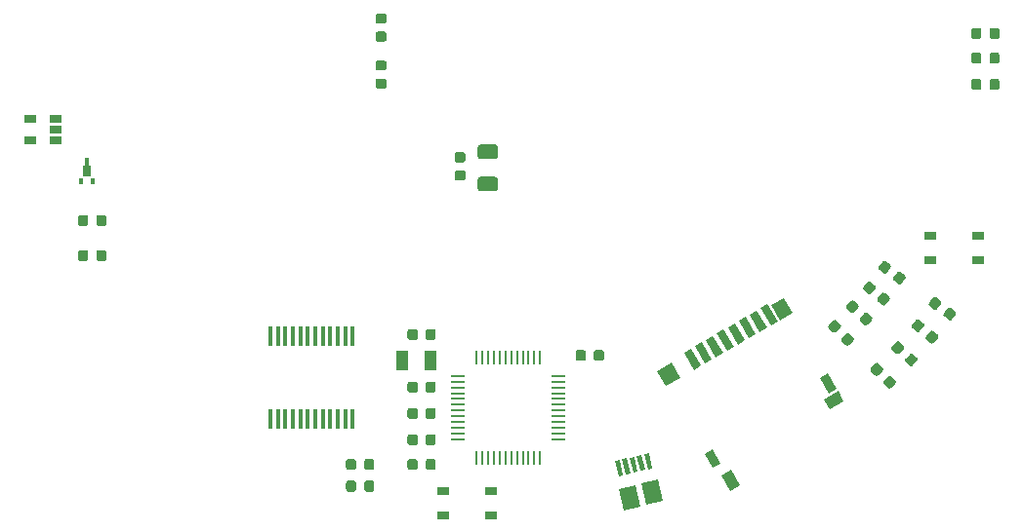
<source format=gbr>
G04 #@! TF.GenerationSoftware,KiCad,Pcbnew,(5.1.5-0-10_14)*
G04 #@! TF.CreationDate,2020-03-25T00:06:53-04:00*
G04 #@! TF.ProjectId,NUTS_PCB,4e555453-5f50-4434-922e-6b696361645f,rev?*
G04 #@! TF.SameCoordinates,Original*
G04 #@! TF.FileFunction,Paste,Top*
G04 #@! TF.FilePolarity,Positive*
%FSLAX46Y46*%
G04 Gerber Fmt 4.6, Leading zero omitted, Abs format (unit mm)*
G04 Created by KiCad (PCBNEW (5.1.5-0-10_14)) date 2020-03-25 00:06:53*
%MOMM*%
%LPD*%
G04 APERTURE LIST*
%ADD10C,0.010000*%
%ADD11R,1.050000X0.650000*%
%ADD12C,0.100000*%
%ADD13R,0.310000X0.500000*%
%ADD14R,0.310000X0.650000*%
%ADD15R,1.000000X1.800000*%
%ADD16R,1.060000X0.650000*%
%ADD17R,0.250000X1.300000*%
%ADD18R,1.300000X0.250000*%
%ADD19R,0.450000X1.750000*%
G04 APERTURE END LIST*
D10*
G36*
X32957800Y-40035000D02*
G01*
X32957800Y-39213000D01*
X33590200Y-39213000D01*
X33590200Y-40035000D01*
X32957800Y-40035000D01*
G37*
X32957800Y-40035000D02*
X32957800Y-39213000D01*
X33590200Y-39213000D01*
X33590200Y-40035000D01*
X32957800Y-40035000D01*
D11*
X106451400Y-45237400D03*
X110601400Y-45237400D03*
X106451400Y-47387400D03*
X110601400Y-47387400D03*
D12*
G36*
X59078691Y-30043553D02*
G01*
X59099926Y-30046703D01*
X59120750Y-30051919D01*
X59140962Y-30059151D01*
X59160368Y-30068330D01*
X59178781Y-30079366D01*
X59196024Y-30092154D01*
X59211930Y-30106570D01*
X59226346Y-30122476D01*
X59239134Y-30139719D01*
X59250170Y-30158132D01*
X59259349Y-30177538D01*
X59266581Y-30197750D01*
X59271797Y-30218574D01*
X59274947Y-30239809D01*
X59276000Y-30261250D01*
X59276000Y-30698750D01*
X59274947Y-30720191D01*
X59271797Y-30741426D01*
X59266581Y-30762250D01*
X59259349Y-30782462D01*
X59250170Y-30801868D01*
X59239134Y-30820281D01*
X59226346Y-30837524D01*
X59211930Y-30853430D01*
X59196024Y-30867846D01*
X59178781Y-30880634D01*
X59160368Y-30891670D01*
X59140962Y-30900849D01*
X59120750Y-30908081D01*
X59099926Y-30913297D01*
X59078691Y-30916447D01*
X59057250Y-30917500D01*
X58544750Y-30917500D01*
X58523309Y-30916447D01*
X58502074Y-30913297D01*
X58481250Y-30908081D01*
X58461038Y-30900849D01*
X58441632Y-30891670D01*
X58423219Y-30880634D01*
X58405976Y-30867846D01*
X58390070Y-30853430D01*
X58375654Y-30837524D01*
X58362866Y-30820281D01*
X58351830Y-30801868D01*
X58342651Y-30782462D01*
X58335419Y-30762250D01*
X58330203Y-30741426D01*
X58327053Y-30720191D01*
X58326000Y-30698750D01*
X58326000Y-30261250D01*
X58327053Y-30239809D01*
X58330203Y-30218574D01*
X58335419Y-30197750D01*
X58342651Y-30177538D01*
X58351830Y-30158132D01*
X58362866Y-30139719D01*
X58375654Y-30122476D01*
X58390070Y-30106570D01*
X58405976Y-30092154D01*
X58423219Y-30079366D01*
X58441632Y-30068330D01*
X58461038Y-30059151D01*
X58481250Y-30051919D01*
X58502074Y-30046703D01*
X58523309Y-30043553D01*
X58544750Y-30042500D01*
X59057250Y-30042500D01*
X59078691Y-30043553D01*
G37*
G36*
X59078691Y-31618553D02*
G01*
X59099926Y-31621703D01*
X59120750Y-31626919D01*
X59140962Y-31634151D01*
X59160368Y-31643330D01*
X59178781Y-31654366D01*
X59196024Y-31667154D01*
X59211930Y-31681570D01*
X59226346Y-31697476D01*
X59239134Y-31714719D01*
X59250170Y-31733132D01*
X59259349Y-31752538D01*
X59266581Y-31772750D01*
X59271797Y-31793574D01*
X59274947Y-31814809D01*
X59276000Y-31836250D01*
X59276000Y-32273750D01*
X59274947Y-32295191D01*
X59271797Y-32316426D01*
X59266581Y-32337250D01*
X59259349Y-32357462D01*
X59250170Y-32376868D01*
X59239134Y-32395281D01*
X59226346Y-32412524D01*
X59211930Y-32428430D01*
X59196024Y-32442846D01*
X59178781Y-32455634D01*
X59160368Y-32466670D01*
X59140962Y-32475849D01*
X59120750Y-32483081D01*
X59099926Y-32488297D01*
X59078691Y-32491447D01*
X59057250Y-32492500D01*
X58544750Y-32492500D01*
X58523309Y-32491447D01*
X58502074Y-32488297D01*
X58481250Y-32483081D01*
X58461038Y-32475849D01*
X58441632Y-32466670D01*
X58423219Y-32455634D01*
X58405976Y-32442846D01*
X58390070Y-32428430D01*
X58375654Y-32412524D01*
X58362866Y-32395281D01*
X58351830Y-32376868D01*
X58342651Y-32357462D01*
X58335419Y-32337250D01*
X58330203Y-32316426D01*
X58327053Y-32295191D01*
X58326000Y-32273750D01*
X58326000Y-31836250D01*
X58327053Y-31814809D01*
X58330203Y-31793574D01*
X58335419Y-31772750D01*
X58342651Y-31752538D01*
X58351830Y-31733132D01*
X58362866Y-31714719D01*
X58375654Y-31697476D01*
X58390070Y-31681570D01*
X58405976Y-31667154D01*
X58423219Y-31654366D01*
X58441632Y-31643330D01*
X58461038Y-31634151D01*
X58481250Y-31626919D01*
X58502074Y-31621703D01*
X58523309Y-31618553D01*
X58544750Y-31617500D01*
X59057250Y-31617500D01*
X59078691Y-31618553D01*
G37*
G36*
X59078691Y-27529053D02*
G01*
X59099926Y-27532203D01*
X59120750Y-27537419D01*
X59140962Y-27544651D01*
X59160368Y-27553830D01*
X59178781Y-27564866D01*
X59196024Y-27577654D01*
X59211930Y-27592070D01*
X59226346Y-27607976D01*
X59239134Y-27625219D01*
X59250170Y-27643632D01*
X59259349Y-27663038D01*
X59266581Y-27683250D01*
X59271797Y-27704074D01*
X59274947Y-27725309D01*
X59276000Y-27746750D01*
X59276000Y-28184250D01*
X59274947Y-28205691D01*
X59271797Y-28226926D01*
X59266581Y-28247750D01*
X59259349Y-28267962D01*
X59250170Y-28287368D01*
X59239134Y-28305781D01*
X59226346Y-28323024D01*
X59211930Y-28338930D01*
X59196024Y-28353346D01*
X59178781Y-28366134D01*
X59160368Y-28377170D01*
X59140962Y-28386349D01*
X59120750Y-28393581D01*
X59099926Y-28398797D01*
X59078691Y-28401947D01*
X59057250Y-28403000D01*
X58544750Y-28403000D01*
X58523309Y-28401947D01*
X58502074Y-28398797D01*
X58481250Y-28393581D01*
X58461038Y-28386349D01*
X58441632Y-28377170D01*
X58423219Y-28366134D01*
X58405976Y-28353346D01*
X58390070Y-28338930D01*
X58375654Y-28323024D01*
X58362866Y-28305781D01*
X58351830Y-28287368D01*
X58342651Y-28267962D01*
X58335419Y-28247750D01*
X58330203Y-28226926D01*
X58327053Y-28205691D01*
X58326000Y-28184250D01*
X58326000Y-27746750D01*
X58327053Y-27725309D01*
X58330203Y-27704074D01*
X58335419Y-27683250D01*
X58342651Y-27663038D01*
X58351830Y-27643632D01*
X58362866Y-27625219D01*
X58375654Y-27607976D01*
X58390070Y-27592070D01*
X58405976Y-27577654D01*
X58423219Y-27564866D01*
X58441632Y-27553830D01*
X58461038Y-27544651D01*
X58481250Y-27537419D01*
X58502074Y-27532203D01*
X58523309Y-27529053D01*
X58544750Y-27528000D01*
X59057250Y-27528000D01*
X59078691Y-27529053D01*
G37*
G36*
X59078691Y-25954053D02*
G01*
X59099926Y-25957203D01*
X59120750Y-25962419D01*
X59140962Y-25969651D01*
X59160368Y-25978830D01*
X59178781Y-25989866D01*
X59196024Y-26002654D01*
X59211930Y-26017070D01*
X59226346Y-26032976D01*
X59239134Y-26050219D01*
X59250170Y-26068632D01*
X59259349Y-26088038D01*
X59266581Y-26108250D01*
X59271797Y-26129074D01*
X59274947Y-26150309D01*
X59276000Y-26171750D01*
X59276000Y-26609250D01*
X59274947Y-26630691D01*
X59271797Y-26651926D01*
X59266581Y-26672750D01*
X59259349Y-26692962D01*
X59250170Y-26712368D01*
X59239134Y-26730781D01*
X59226346Y-26748024D01*
X59211930Y-26763930D01*
X59196024Y-26778346D01*
X59178781Y-26791134D01*
X59160368Y-26802170D01*
X59140962Y-26811349D01*
X59120750Y-26818581D01*
X59099926Y-26823797D01*
X59078691Y-26826947D01*
X59057250Y-26828000D01*
X58544750Y-26828000D01*
X58523309Y-26826947D01*
X58502074Y-26823797D01*
X58481250Y-26818581D01*
X58461038Y-26811349D01*
X58441632Y-26802170D01*
X58423219Y-26791134D01*
X58405976Y-26778346D01*
X58390070Y-26763930D01*
X58375654Y-26748024D01*
X58362866Y-26730781D01*
X58351830Y-26712368D01*
X58342651Y-26692962D01*
X58335419Y-26672750D01*
X58330203Y-26651926D01*
X58327053Y-26630691D01*
X58326000Y-26609250D01*
X58326000Y-26171750D01*
X58327053Y-26150309D01*
X58330203Y-26129074D01*
X58335419Y-26108250D01*
X58342651Y-26088038D01*
X58351830Y-26068632D01*
X58362866Y-26050219D01*
X58375654Y-26032976D01*
X58390070Y-26017070D01*
X58405976Y-26002654D01*
X58423219Y-25989866D01*
X58441632Y-25978830D01*
X58461038Y-25969651D01*
X58481250Y-25962419D01*
X58502074Y-25957203D01*
X58523309Y-25954053D01*
X58544750Y-25953000D01*
X59057250Y-25953000D01*
X59078691Y-25954053D01*
G37*
G36*
X65936691Y-38019053D02*
G01*
X65957926Y-38022203D01*
X65978750Y-38027419D01*
X65998962Y-38034651D01*
X66018368Y-38043830D01*
X66036781Y-38054866D01*
X66054024Y-38067654D01*
X66069930Y-38082070D01*
X66084346Y-38097976D01*
X66097134Y-38115219D01*
X66108170Y-38133632D01*
X66117349Y-38153038D01*
X66124581Y-38173250D01*
X66129797Y-38194074D01*
X66132947Y-38215309D01*
X66134000Y-38236750D01*
X66134000Y-38674250D01*
X66132947Y-38695691D01*
X66129797Y-38716926D01*
X66124581Y-38737750D01*
X66117349Y-38757962D01*
X66108170Y-38777368D01*
X66097134Y-38795781D01*
X66084346Y-38813024D01*
X66069930Y-38828930D01*
X66054024Y-38843346D01*
X66036781Y-38856134D01*
X66018368Y-38867170D01*
X65998962Y-38876349D01*
X65978750Y-38883581D01*
X65957926Y-38888797D01*
X65936691Y-38891947D01*
X65915250Y-38893000D01*
X65402750Y-38893000D01*
X65381309Y-38891947D01*
X65360074Y-38888797D01*
X65339250Y-38883581D01*
X65319038Y-38876349D01*
X65299632Y-38867170D01*
X65281219Y-38856134D01*
X65263976Y-38843346D01*
X65248070Y-38828930D01*
X65233654Y-38813024D01*
X65220866Y-38795781D01*
X65209830Y-38777368D01*
X65200651Y-38757962D01*
X65193419Y-38737750D01*
X65188203Y-38716926D01*
X65185053Y-38695691D01*
X65184000Y-38674250D01*
X65184000Y-38236750D01*
X65185053Y-38215309D01*
X65188203Y-38194074D01*
X65193419Y-38173250D01*
X65200651Y-38153038D01*
X65209830Y-38133632D01*
X65220866Y-38115219D01*
X65233654Y-38097976D01*
X65248070Y-38082070D01*
X65263976Y-38067654D01*
X65281219Y-38054866D01*
X65299632Y-38043830D01*
X65319038Y-38034651D01*
X65339250Y-38027419D01*
X65360074Y-38022203D01*
X65381309Y-38019053D01*
X65402750Y-38018000D01*
X65915250Y-38018000D01*
X65936691Y-38019053D01*
G37*
G36*
X65936691Y-39594053D02*
G01*
X65957926Y-39597203D01*
X65978750Y-39602419D01*
X65998962Y-39609651D01*
X66018368Y-39618830D01*
X66036781Y-39629866D01*
X66054024Y-39642654D01*
X66069930Y-39657070D01*
X66084346Y-39672976D01*
X66097134Y-39690219D01*
X66108170Y-39708632D01*
X66117349Y-39728038D01*
X66124581Y-39748250D01*
X66129797Y-39769074D01*
X66132947Y-39790309D01*
X66134000Y-39811750D01*
X66134000Y-40249250D01*
X66132947Y-40270691D01*
X66129797Y-40291926D01*
X66124581Y-40312750D01*
X66117349Y-40332962D01*
X66108170Y-40352368D01*
X66097134Y-40370781D01*
X66084346Y-40388024D01*
X66069930Y-40403930D01*
X66054024Y-40418346D01*
X66036781Y-40431134D01*
X66018368Y-40442170D01*
X65998962Y-40451349D01*
X65978750Y-40458581D01*
X65957926Y-40463797D01*
X65936691Y-40466947D01*
X65915250Y-40468000D01*
X65402750Y-40468000D01*
X65381309Y-40466947D01*
X65360074Y-40463797D01*
X65339250Y-40458581D01*
X65319038Y-40451349D01*
X65299632Y-40442170D01*
X65281219Y-40431134D01*
X65263976Y-40418346D01*
X65248070Y-40403930D01*
X65233654Y-40388024D01*
X65220866Y-40370781D01*
X65209830Y-40352368D01*
X65200651Y-40332962D01*
X65193419Y-40312750D01*
X65188203Y-40291926D01*
X65185053Y-40270691D01*
X65184000Y-40249250D01*
X65184000Y-39811750D01*
X65185053Y-39790309D01*
X65188203Y-39769074D01*
X65193419Y-39748250D01*
X65200651Y-39728038D01*
X65209830Y-39708632D01*
X65220866Y-39690219D01*
X65233654Y-39672976D01*
X65248070Y-39657070D01*
X65263976Y-39642654D01*
X65281219Y-39629866D01*
X65299632Y-39618830D01*
X65319038Y-39609651D01*
X65339250Y-39602419D01*
X65360074Y-39597203D01*
X65381309Y-39594053D01*
X65402750Y-39593000D01*
X65915250Y-39593000D01*
X65936691Y-39594053D01*
G37*
G36*
X68721504Y-37349204D02*
G01*
X68745773Y-37352804D01*
X68769571Y-37358765D01*
X68792671Y-37367030D01*
X68814849Y-37377520D01*
X68835893Y-37390133D01*
X68855598Y-37404747D01*
X68873777Y-37421223D01*
X68890253Y-37439402D01*
X68904867Y-37459107D01*
X68917480Y-37480151D01*
X68927970Y-37502329D01*
X68936235Y-37525429D01*
X68942196Y-37549227D01*
X68945796Y-37573496D01*
X68947000Y-37598000D01*
X68947000Y-38348000D01*
X68945796Y-38372504D01*
X68942196Y-38396773D01*
X68936235Y-38420571D01*
X68927970Y-38443671D01*
X68917480Y-38465849D01*
X68904867Y-38486893D01*
X68890253Y-38506598D01*
X68873777Y-38524777D01*
X68855598Y-38541253D01*
X68835893Y-38555867D01*
X68814849Y-38568480D01*
X68792671Y-38578970D01*
X68769571Y-38587235D01*
X68745773Y-38593196D01*
X68721504Y-38596796D01*
X68697000Y-38598000D01*
X67447000Y-38598000D01*
X67422496Y-38596796D01*
X67398227Y-38593196D01*
X67374429Y-38587235D01*
X67351329Y-38578970D01*
X67329151Y-38568480D01*
X67308107Y-38555867D01*
X67288402Y-38541253D01*
X67270223Y-38524777D01*
X67253747Y-38506598D01*
X67239133Y-38486893D01*
X67226520Y-38465849D01*
X67216030Y-38443671D01*
X67207765Y-38420571D01*
X67201804Y-38396773D01*
X67198204Y-38372504D01*
X67197000Y-38348000D01*
X67197000Y-37598000D01*
X67198204Y-37573496D01*
X67201804Y-37549227D01*
X67207765Y-37525429D01*
X67216030Y-37502329D01*
X67226520Y-37480151D01*
X67239133Y-37459107D01*
X67253747Y-37439402D01*
X67270223Y-37421223D01*
X67288402Y-37404747D01*
X67308107Y-37390133D01*
X67329151Y-37377520D01*
X67351329Y-37367030D01*
X67374429Y-37358765D01*
X67398227Y-37352804D01*
X67422496Y-37349204D01*
X67447000Y-37348000D01*
X68697000Y-37348000D01*
X68721504Y-37349204D01*
G37*
G36*
X68721504Y-40149204D02*
G01*
X68745773Y-40152804D01*
X68769571Y-40158765D01*
X68792671Y-40167030D01*
X68814849Y-40177520D01*
X68835893Y-40190133D01*
X68855598Y-40204747D01*
X68873777Y-40221223D01*
X68890253Y-40239402D01*
X68904867Y-40259107D01*
X68917480Y-40280151D01*
X68927970Y-40302329D01*
X68936235Y-40325429D01*
X68942196Y-40349227D01*
X68945796Y-40373496D01*
X68947000Y-40398000D01*
X68947000Y-41148000D01*
X68945796Y-41172504D01*
X68942196Y-41196773D01*
X68936235Y-41220571D01*
X68927970Y-41243671D01*
X68917480Y-41265849D01*
X68904867Y-41286893D01*
X68890253Y-41306598D01*
X68873777Y-41324777D01*
X68855598Y-41341253D01*
X68835893Y-41355867D01*
X68814849Y-41368480D01*
X68792671Y-41378970D01*
X68769571Y-41387235D01*
X68745773Y-41393196D01*
X68721504Y-41396796D01*
X68697000Y-41398000D01*
X67447000Y-41398000D01*
X67422496Y-41396796D01*
X67398227Y-41393196D01*
X67374429Y-41387235D01*
X67351329Y-41378970D01*
X67329151Y-41368480D01*
X67308107Y-41355867D01*
X67288402Y-41341253D01*
X67270223Y-41324777D01*
X67253747Y-41306598D01*
X67239133Y-41286893D01*
X67226520Y-41265849D01*
X67216030Y-41243671D01*
X67207765Y-41220571D01*
X67201804Y-41196773D01*
X67198204Y-41172504D01*
X67197000Y-41148000D01*
X67197000Y-40398000D01*
X67198204Y-40373496D01*
X67201804Y-40349227D01*
X67207765Y-40325429D01*
X67216030Y-40302329D01*
X67226520Y-40280151D01*
X67239133Y-40259107D01*
X67253747Y-40239402D01*
X67270223Y-40221223D01*
X67288402Y-40204747D01*
X67308107Y-40190133D01*
X67329151Y-40177520D01*
X67351329Y-40167030D01*
X67374429Y-40158765D01*
X67398227Y-40152804D01*
X67422496Y-40149204D01*
X67447000Y-40148000D01*
X68697000Y-40148000D01*
X68721504Y-40149204D01*
G37*
D11*
X64176000Y-67437000D03*
X68326000Y-67437000D03*
X64176000Y-69587000D03*
X68326000Y-69587000D03*
D13*
X33774000Y-40524000D03*
D14*
X33274000Y-38799000D03*
D13*
X32774000Y-40524000D03*
D15*
X63119000Y-56134000D03*
X60619000Y-56134000D03*
D16*
X28407000Y-37018000D03*
X28407000Y-35118000D03*
X30607000Y-35118000D03*
X30607000Y-36068000D03*
X30607000Y-37018000D03*
D17*
X67100000Y-55848000D03*
X67600000Y-55848000D03*
X68100000Y-55848000D03*
X68600000Y-55848000D03*
X69100000Y-55848000D03*
X69600000Y-55848000D03*
X70100000Y-55848000D03*
X70600000Y-55848000D03*
X71100000Y-55848000D03*
X71600000Y-55848000D03*
X72100000Y-55848000D03*
X72600000Y-55848000D03*
D18*
X74200000Y-57448000D03*
X74200000Y-57948000D03*
X74200000Y-58448000D03*
X74200000Y-58948000D03*
X74200000Y-59448000D03*
X74200000Y-59948000D03*
X74200000Y-60448000D03*
X74200000Y-60948000D03*
X74200000Y-61448000D03*
X74200000Y-61948000D03*
X74200000Y-62448000D03*
X74200000Y-62948000D03*
D17*
X72600000Y-64548000D03*
X72100000Y-64548000D03*
X71600000Y-64548000D03*
X71100000Y-64548000D03*
X70600000Y-64548000D03*
X70100000Y-64548000D03*
X69600000Y-64548000D03*
X69100000Y-64548000D03*
X68600000Y-64548000D03*
X68100000Y-64548000D03*
X67600000Y-64548000D03*
X67100000Y-64548000D03*
D18*
X65500000Y-62948000D03*
X65500000Y-62448000D03*
X65500000Y-61948000D03*
X65500000Y-61448000D03*
X65500000Y-60948000D03*
X65500000Y-60448000D03*
X65500000Y-59948000D03*
X65500000Y-59448000D03*
X65500000Y-58948000D03*
X65500000Y-58448000D03*
X65500000Y-57948000D03*
X65500000Y-57448000D03*
D19*
X56356200Y-61156400D03*
X55706200Y-61156400D03*
X55056200Y-61156400D03*
X54406200Y-61156400D03*
X53756200Y-61156400D03*
X53106200Y-61156400D03*
X52456200Y-61156400D03*
X51806200Y-61156400D03*
X51156200Y-61156400D03*
X50506200Y-61156400D03*
X49856200Y-61156400D03*
X49206200Y-61156400D03*
X49206200Y-53956400D03*
X49856200Y-53956400D03*
X50506200Y-53956400D03*
X51156200Y-53956400D03*
X51806200Y-53956400D03*
X52456200Y-53956400D03*
X53106200Y-53956400D03*
X53756200Y-53956400D03*
X54406200Y-53956400D03*
X55056200Y-53956400D03*
X55706200Y-53956400D03*
X56356200Y-53956400D03*
D12*
G36*
X102488417Y-47467462D02*
G01*
X102509512Y-47471443D01*
X102530115Y-47477473D01*
X102550028Y-47485493D01*
X102569058Y-47495426D01*
X102587024Y-47507177D01*
X102940968Y-47764333D01*
X102957695Y-47777788D01*
X102973023Y-47792818D01*
X102986804Y-47809277D01*
X102998905Y-47827009D01*
X103009210Y-47845841D01*
X103017619Y-47865592D01*
X103024052Y-47886073D01*
X103028447Y-47907085D01*
X103030761Y-47928427D01*
X103030971Y-47949893D01*
X103029077Y-47971277D01*
X103025096Y-47992371D01*
X103019066Y-48012974D01*
X103011046Y-48032887D01*
X103001113Y-48051918D01*
X102989363Y-48069883D01*
X102688123Y-48484505D01*
X102674668Y-48501232D01*
X102659638Y-48516560D01*
X102643178Y-48530341D01*
X102625447Y-48542442D01*
X102606615Y-48552747D01*
X102586863Y-48561156D01*
X102566383Y-48567589D01*
X102545370Y-48571984D01*
X102524028Y-48574298D01*
X102502562Y-48574508D01*
X102481179Y-48572614D01*
X102460084Y-48568633D01*
X102439481Y-48562603D01*
X102419568Y-48554583D01*
X102400538Y-48544650D01*
X102382572Y-48532899D01*
X102028628Y-48275743D01*
X102011901Y-48262288D01*
X101996573Y-48247258D01*
X101982792Y-48230799D01*
X101970691Y-48213067D01*
X101960386Y-48194235D01*
X101951977Y-48174484D01*
X101945544Y-48154003D01*
X101941149Y-48132991D01*
X101938835Y-48111649D01*
X101938625Y-48090183D01*
X101940519Y-48068799D01*
X101944500Y-48047705D01*
X101950530Y-48027102D01*
X101958550Y-48007189D01*
X101968483Y-47988158D01*
X101980233Y-47970193D01*
X102281473Y-47555571D01*
X102294928Y-47538844D01*
X102309958Y-47523516D01*
X102326418Y-47509735D01*
X102344149Y-47497634D01*
X102362981Y-47487329D01*
X102382733Y-47478920D01*
X102403213Y-47472487D01*
X102424226Y-47468092D01*
X102445568Y-47465778D01*
X102467034Y-47465568D01*
X102488417Y-47467462D01*
G37*
G36*
X103762619Y-48393224D02*
G01*
X103783714Y-48397205D01*
X103804317Y-48403235D01*
X103824230Y-48411255D01*
X103843260Y-48421188D01*
X103861226Y-48432939D01*
X104215170Y-48690095D01*
X104231897Y-48703550D01*
X104247225Y-48718580D01*
X104261006Y-48735039D01*
X104273107Y-48752771D01*
X104283412Y-48771603D01*
X104291821Y-48791354D01*
X104298254Y-48811835D01*
X104302649Y-48832847D01*
X104304963Y-48854189D01*
X104305173Y-48875655D01*
X104303279Y-48897039D01*
X104299298Y-48918133D01*
X104293268Y-48938736D01*
X104285248Y-48958649D01*
X104275315Y-48977680D01*
X104263565Y-48995645D01*
X103962325Y-49410267D01*
X103948870Y-49426994D01*
X103933840Y-49442322D01*
X103917380Y-49456103D01*
X103899649Y-49468204D01*
X103880817Y-49478509D01*
X103861065Y-49486918D01*
X103840585Y-49493351D01*
X103819572Y-49497746D01*
X103798230Y-49500060D01*
X103776764Y-49500270D01*
X103755381Y-49498376D01*
X103734286Y-49494395D01*
X103713683Y-49488365D01*
X103693770Y-49480345D01*
X103674740Y-49470412D01*
X103656774Y-49458661D01*
X103302830Y-49201505D01*
X103286103Y-49188050D01*
X103270775Y-49173020D01*
X103256994Y-49156561D01*
X103244893Y-49138829D01*
X103234588Y-49119997D01*
X103226179Y-49100246D01*
X103219746Y-49079765D01*
X103215351Y-49058753D01*
X103213037Y-49037411D01*
X103212827Y-49015945D01*
X103214721Y-48994561D01*
X103218702Y-48973467D01*
X103224732Y-48952864D01*
X103232752Y-48932951D01*
X103242685Y-48913920D01*
X103254435Y-48895955D01*
X103555675Y-48481333D01*
X103569130Y-48464606D01*
X103584160Y-48449278D01*
X103600620Y-48435497D01*
X103618351Y-48423396D01*
X103637183Y-48413091D01*
X103656935Y-48404682D01*
X103677415Y-48398249D01*
X103698428Y-48393854D01*
X103719770Y-48391540D01*
X103741236Y-48391330D01*
X103762619Y-48393224D01*
G37*
G36*
X101174675Y-49228781D02*
G01*
X101195930Y-49231792D01*
X101216788Y-49236871D01*
X101237047Y-49243971D01*
X101256512Y-49253022D01*
X101274997Y-49263938D01*
X101292323Y-49276612D01*
X101632324Y-49551939D01*
X101648324Y-49566251D01*
X101662844Y-49582063D01*
X101675745Y-49599221D01*
X101686901Y-49617561D01*
X101696206Y-49636907D01*
X101703571Y-49657071D01*
X101708923Y-49677861D01*
X101712212Y-49699074D01*
X101713405Y-49720508D01*
X101712492Y-49741956D01*
X101709482Y-49763211D01*
X101704402Y-49784068D01*
X101697302Y-49804327D01*
X101688251Y-49823793D01*
X101677336Y-49842278D01*
X101664661Y-49859604D01*
X101342134Y-50257891D01*
X101327822Y-50273891D01*
X101312010Y-50288411D01*
X101294852Y-50301312D01*
X101276511Y-50312468D01*
X101257166Y-50321773D01*
X101237001Y-50329138D01*
X101216212Y-50334490D01*
X101194998Y-50337779D01*
X101173565Y-50338972D01*
X101152117Y-50338059D01*
X101130862Y-50335048D01*
X101110004Y-50329969D01*
X101089745Y-50322869D01*
X101070280Y-50313818D01*
X101051795Y-50302902D01*
X101034469Y-50290228D01*
X100694468Y-50014901D01*
X100678468Y-50000589D01*
X100663948Y-49984777D01*
X100651047Y-49967619D01*
X100639891Y-49949279D01*
X100630586Y-49929933D01*
X100623221Y-49909769D01*
X100617869Y-49888979D01*
X100614580Y-49867766D01*
X100613387Y-49846332D01*
X100614300Y-49824884D01*
X100617310Y-49803629D01*
X100622390Y-49782772D01*
X100629490Y-49762513D01*
X100638541Y-49743047D01*
X100649456Y-49724562D01*
X100662131Y-49707236D01*
X100984658Y-49308949D01*
X100998970Y-49292949D01*
X101014782Y-49278429D01*
X101031940Y-49265528D01*
X101050281Y-49254372D01*
X101069626Y-49245067D01*
X101089791Y-49237702D01*
X101110580Y-49232350D01*
X101131794Y-49229061D01*
X101153227Y-49227868D01*
X101174675Y-49228781D01*
G37*
G36*
X102398679Y-50219961D02*
G01*
X102419934Y-50222972D01*
X102440792Y-50228051D01*
X102461051Y-50235151D01*
X102480516Y-50244202D01*
X102499001Y-50255118D01*
X102516327Y-50267792D01*
X102856328Y-50543119D01*
X102872328Y-50557431D01*
X102886848Y-50573243D01*
X102899749Y-50590401D01*
X102910905Y-50608741D01*
X102920210Y-50628087D01*
X102927575Y-50648251D01*
X102932927Y-50669041D01*
X102936216Y-50690254D01*
X102937409Y-50711688D01*
X102936496Y-50733136D01*
X102933486Y-50754391D01*
X102928406Y-50775248D01*
X102921306Y-50795507D01*
X102912255Y-50814973D01*
X102901340Y-50833458D01*
X102888665Y-50850784D01*
X102566138Y-51249071D01*
X102551826Y-51265071D01*
X102536014Y-51279591D01*
X102518856Y-51292492D01*
X102500515Y-51303648D01*
X102481170Y-51312953D01*
X102461005Y-51320318D01*
X102440216Y-51325670D01*
X102419002Y-51328959D01*
X102397569Y-51330152D01*
X102376121Y-51329239D01*
X102354866Y-51326228D01*
X102334008Y-51321149D01*
X102313749Y-51314049D01*
X102294284Y-51304998D01*
X102275799Y-51294082D01*
X102258473Y-51281408D01*
X101918472Y-51006081D01*
X101902472Y-50991769D01*
X101887952Y-50975957D01*
X101875051Y-50958799D01*
X101863895Y-50940459D01*
X101854590Y-50921113D01*
X101847225Y-50900949D01*
X101841873Y-50880159D01*
X101838584Y-50858946D01*
X101837391Y-50837512D01*
X101838304Y-50816064D01*
X101841314Y-50794809D01*
X101846394Y-50773952D01*
X101853494Y-50753693D01*
X101862545Y-50734227D01*
X101873460Y-50715742D01*
X101886135Y-50698416D01*
X102208662Y-50300129D01*
X102222974Y-50284129D01*
X102238786Y-50269609D01*
X102255944Y-50256708D01*
X102274285Y-50245552D01*
X102293630Y-50236247D01*
X102313795Y-50228882D01*
X102334584Y-50223530D01*
X102355798Y-50220241D01*
X102377231Y-50219048D01*
X102398679Y-50219961D01*
G37*
G36*
X58025191Y-66556653D02*
G01*
X58046426Y-66559803D01*
X58067250Y-66565019D01*
X58087462Y-66572251D01*
X58106868Y-66581430D01*
X58125281Y-66592466D01*
X58142524Y-66605254D01*
X58158430Y-66619670D01*
X58172846Y-66635576D01*
X58185634Y-66652819D01*
X58196670Y-66671232D01*
X58205849Y-66690638D01*
X58213081Y-66710850D01*
X58218297Y-66731674D01*
X58221447Y-66752909D01*
X58222500Y-66774350D01*
X58222500Y-67286850D01*
X58221447Y-67308291D01*
X58218297Y-67329526D01*
X58213081Y-67350350D01*
X58205849Y-67370562D01*
X58196670Y-67389968D01*
X58185634Y-67408381D01*
X58172846Y-67425624D01*
X58158430Y-67441530D01*
X58142524Y-67455946D01*
X58125281Y-67468734D01*
X58106868Y-67479770D01*
X58087462Y-67488949D01*
X58067250Y-67496181D01*
X58046426Y-67501397D01*
X58025191Y-67504547D01*
X58003750Y-67505600D01*
X57566250Y-67505600D01*
X57544809Y-67504547D01*
X57523574Y-67501397D01*
X57502750Y-67496181D01*
X57482538Y-67488949D01*
X57463132Y-67479770D01*
X57444719Y-67468734D01*
X57427476Y-67455946D01*
X57411570Y-67441530D01*
X57397154Y-67425624D01*
X57384366Y-67408381D01*
X57373330Y-67389968D01*
X57364151Y-67370562D01*
X57356919Y-67350350D01*
X57351703Y-67329526D01*
X57348553Y-67308291D01*
X57347500Y-67286850D01*
X57347500Y-66774350D01*
X57348553Y-66752909D01*
X57351703Y-66731674D01*
X57356919Y-66710850D01*
X57364151Y-66690638D01*
X57373330Y-66671232D01*
X57384366Y-66652819D01*
X57397154Y-66635576D01*
X57411570Y-66619670D01*
X57427476Y-66605254D01*
X57444719Y-66592466D01*
X57463132Y-66581430D01*
X57482538Y-66572251D01*
X57502750Y-66565019D01*
X57523574Y-66559803D01*
X57544809Y-66556653D01*
X57566250Y-66555600D01*
X58003750Y-66555600D01*
X58025191Y-66556653D01*
G37*
G36*
X56450191Y-66556653D02*
G01*
X56471426Y-66559803D01*
X56492250Y-66565019D01*
X56512462Y-66572251D01*
X56531868Y-66581430D01*
X56550281Y-66592466D01*
X56567524Y-66605254D01*
X56583430Y-66619670D01*
X56597846Y-66635576D01*
X56610634Y-66652819D01*
X56621670Y-66671232D01*
X56630849Y-66690638D01*
X56638081Y-66710850D01*
X56643297Y-66731674D01*
X56646447Y-66752909D01*
X56647500Y-66774350D01*
X56647500Y-67286850D01*
X56646447Y-67308291D01*
X56643297Y-67329526D01*
X56638081Y-67350350D01*
X56630849Y-67370562D01*
X56621670Y-67389968D01*
X56610634Y-67408381D01*
X56597846Y-67425624D01*
X56583430Y-67441530D01*
X56567524Y-67455946D01*
X56550281Y-67468734D01*
X56531868Y-67479770D01*
X56512462Y-67488949D01*
X56492250Y-67496181D01*
X56471426Y-67501397D01*
X56450191Y-67504547D01*
X56428750Y-67505600D01*
X55991250Y-67505600D01*
X55969809Y-67504547D01*
X55948574Y-67501397D01*
X55927750Y-67496181D01*
X55907538Y-67488949D01*
X55888132Y-67479770D01*
X55869719Y-67468734D01*
X55852476Y-67455946D01*
X55836570Y-67441530D01*
X55822154Y-67425624D01*
X55809366Y-67408381D01*
X55798330Y-67389968D01*
X55789151Y-67370562D01*
X55781919Y-67350350D01*
X55776703Y-67329526D01*
X55773553Y-67308291D01*
X55772500Y-67286850D01*
X55772500Y-66774350D01*
X55773553Y-66752909D01*
X55776703Y-66731674D01*
X55781919Y-66710850D01*
X55789151Y-66690638D01*
X55798330Y-66671232D01*
X55809366Y-66652819D01*
X55822154Y-66635576D01*
X55836570Y-66619670D01*
X55852476Y-66605254D01*
X55869719Y-66592466D01*
X55888132Y-66581430D01*
X55907538Y-66572251D01*
X55927750Y-66565019D01*
X55948574Y-66559803D01*
X55969809Y-66556653D01*
X55991250Y-66555600D01*
X56428750Y-66555600D01*
X56450191Y-66556653D01*
G37*
G36*
X110679191Y-31657053D02*
G01*
X110700426Y-31660203D01*
X110721250Y-31665419D01*
X110741462Y-31672651D01*
X110760868Y-31681830D01*
X110779281Y-31692866D01*
X110796524Y-31705654D01*
X110812430Y-31720070D01*
X110826846Y-31735976D01*
X110839634Y-31753219D01*
X110850670Y-31771632D01*
X110859849Y-31791038D01*
X110867081Y-31811250D01*
X110872297Y-31832074D01*
X110875447Y-31853309D01*
X110876500Y-31874750D01*
X110876500Y-32387250D01*
X110875447Y-32408691D01*
X110872297Y-32429926D01*
X110867081Y-32450750D01*
X110859849Y-32470962D01*
X110850670Y-32490368D01*
X110839634Y-32508781D01*
X110826846Y-32526024D01*
X110812430Y-32541930D01*
X110796524Y-32556346D01*
X110779281Y-32569134D01*
X110760868Y-32580170D01*
X110741462Y-32589349D01*
X110721250Y-32596581D01*
X110700426Y-32601797D01*
X110679191Y-32604947D01*
X110657750Y-32606000D01*
X110220250Y-32606000D01*
X110198809Y-32604947D01*
X110177574Y-32601797D01*
X110156750Y-32596581D01*
X110136538Y-32589349D01*
X110117132Y-32580170D01*
X110098719Y-32569134D01*
X110081476Y-32556346D01*
X110065570Y-32541930D01*
X110051154Y-32526024D01*
X110038366Y-32508781D01*
X110027330Y-32490368D01*
X110018151Y-32470962D01*
X110010919Y-32450750D01*
X110005703Y-32429926D01*
X110002553Y-32408691D01*
X110001500Y-32387250D01*
X110001500Y-31874750D01*
X110002553Y-31853309D01*
X110005703Y-31832074D01*
X110010919Y-31811250D01*
X110018151Y-31791038D01*
X110027330Y-31771632D01*
X110038366Y-31753219D01*
X110051154Y-31735976D01*
X110065570Y-31720070D01*
X110081476Y-31705654D01*
X110098719Y-31692866D01*
X110117132Y-31681830D01*
X110136538Y-31672651D01*
X110156750Y-31665419D01*
X110177574Y-31660203D01*
X110198809Y-31657053D01*
X110220250Y-31656000D01*
X110657750Y-31656000D01*
X110679191Y-31657053D01*
G37*
G36*
X112254191Y-31657053D02*
G01*
X112275426Y-31660203D01*
X112296250Y-31665419D01*
X112316462Y-31672651D01*
X112335868Y-31681830D01*
X112354281Y-31692866D01*
X112371524Y-31705654D01*
X112387430Y-31720070D01*
X112401846Y-31735976D01*
X112414634Y-31753219D01*
X112425670Y-31771632D01*
X112434849Y-31791038D01*
X112442081Y-31811250D01*
X112447297Y-31832074D01*
X112450447Y-31853309D01*
X112451500Y-31874750D01*
X112451500Y-32387250D01*
X112450447Y-32408691D01*
X112447297Y-32429926D01*
X112442081Y-32450750D01*
X112434849Y-32470962D01*
X112425670Y-32490368D01*
X112414634Y-32508781D01*
X112401846Y-32526024D01*
X112387430Y-32541930D01*
X112371524Y-32556346D01*
X112354281Y-32569134D01*
X112335868Y-32580170D01*
X112316462Y-32589349D01*
X112296250Y-32596581D01*
X112275426Y-32601797D01*
X112254191Y-32604947D01*
X112232750Y-32606000D01*
X111795250Y-32606000D01*
X111773809Y-32604947D01*
X111752574Y-32601797D01*
X111731750Y-32596581D01*
X111711538Y-32589349D01*
X111692132Y-32580170D01*
X111673719Y-32569134D01*
X111656476Y-32556346D01*
X111640570Y-32541930D01*
X111626154Y-32526024D01*
X111613366Y-32508781D01*
X111602330Y-32490368D01*
X111593151Y-32470962D01*
X111585919Y-32450750D01*
X111580703Y-32429926D01*
X111577553Y-32408691D01*
X111576500Y-32387250D01*
X111576500Y-31874750D01*
X111577553Y-31853309D01*
X111580703Y-31832074D01*
X111585919Y-31811250D01*
X111593151Y-31791038D01*
X111602330Y-31771632D01*
X111613366Y-31753219D01*
X111626154Y-31735976D01*
X111640570Y-31720070D01*
X111656476Y-31705654D01*
X111673719Y-31692866D01*
X111692132Y-31681830D01*
X111711538Y-31672651D01*
X111731750Y-31665419D01*
X111752574Y-31660203D01*
X111773809Y-31657053D01*
X111795250Y-31656000D01*
X112232750Y-31656000D01*
X112254191Y-31657053D01*
G37*
G36*
X99733237Y-50894631D02*
G01*
X99754305Y-50898750D01*
X99774868Y-50904914D01*
X99794728Y-50913064D01*
X99813693Y-50923122D01*
X99831582Y-50934990D01*
X99848220Y-50948554D01*
X100173346Y-51241298D01*
X100188575Y-51256428D01*
X100202248Y-51272977D01*
X100214233Y-51290787D01*
X100224414Y-51309686D01*
X100232694Y-51329492D01*
X100238993Y-51350015D01*
X100243250Y-51371055D01*
X100245424Y-51392412D01*
X100245494Y-51413879D01*
X100243460Y-51435250D01*
X100239341Y-51456318D01*
X100233177Y-51476881D01*
X100225027Y-51496741D01*
X100214969Y-51515706D01*
X100203101Y-51533594D01*
X100189537Y-51550233D01*
X99846607Y-51931095D01*
X99831477Y-51946325D01*
X99814927Y-51959997D01*
X99797117Y-51971982D01*
X99778218Y-51982164D01*
X99758412Y-51990444D01*
X99737890Y-51996742D01*
X99716849Y-52000999D01*
X99695492Y-52003173D01*
X99674025Y-52003243D01*
X99652655Y-52001209D01*
X99631587Y-51997090D01*
X99611024Y-51990926D01*
X99591164Y-51982776D01*
X99572199Y-51972718D01*
X99554310Y-51960850D01*
X99537672Y-51947286D01*
X99212546Y-51654542D01*
X99197317Y-51639412D01*
X99183644Y-51622863D01*
X99171659Y-51605053D01*
X99161478Y-51586154D01*
X99153198Y-51566348D01*
X99146899Y-51545825D01*
X99142642Y-51524785D01*
X99140468Y-51503428D01*
X99140398Y-51481961D01*
X99142432Y-51460590D01*
X99146551Y-51439522D01*
X99152715Y-51418959D01*
X99160865Y-51399099D01*
X99170923Y-51380134D01*
X99182791Y-51362246D01*
X99196355Y-51345607D01*
X99539285Y-50964745D01*
X99554415Y-50949515D01*
X99570965Y-50935843D01*
X99588775Y-50923858D01*
X99607674Y-50913676D01*
X99627480Y-50905396D01*
X99648002Y-50899098D01*
X99669043Y-50894841D01*
X99690400Y-50892667D01*
X99711867Y-50892597D01*
X99733237Y-50894631D01*
G37*
G36*
X100903691Y-51948511D02*
G01*
X100924759Y-51952630D01*
X100945322Y-51958794D01*
X100965182Y-51966944D01*
X100984147Y-51977002D01*
X101002036Y-51988870D01*
X101018674Y-52002434D01*
X101343800Y-52295178D01*
X101359029Y-52310308D01*
X101372702Y-52326857D01*
X101384687Y-52344667D01*
X101394868Y-52363566D01*
X101403148Y-52383372D01*
X101409447Y-52403895D01*
X101413704Y-52424935D01*
X101415878Y-52446292D01*
X101415948Y-52467759D01*
X101413914Y-52489130D01*
X101409795Y-52510198D01*
X101403631Y-52530761D01*
X101395481Y-52550621D01*
X101385423Y-52569586D01*
X101373555Y-52587474D01*
X101359991Y-52604113D01*
X101017061Y-52984975D01*
X101001931Y-53000205D01*
X100985381Y-53013877D01*
X100967571Y-53025862D01*
X100948672Y-53036044D01*
X100928866Y-53044324D01*
X100908344Y-53050622D01*
X100887303Y-53054879D01*
X100865946Y-53057053D01*
X100844479Y-53057123D01*
X100823109Y-53055089D01*
X100802041Y-53050970D01*
X100781478Y-53044806D01*
X100761618Y-53036656D01*
X100742653Y-53026598D01*
X100724764Y-53014730D01*
X100708126Y-53001166D01*
X100383000Y-52708422D01*
X100367771Y-52693292D01*
X100354098Y-52676743D01*
X100342113Y-52658933D01*
X100331932Y-52640034D01*
X100323652Y-52620228D01*
X100317353Y-52599705D01*
X100313096Y-52578665D01*
X100310922Y-52557308D01*
X100310852Y-52535841D01*
X100312886Y-52514470D01*
X100317005Y-52493402D01*
X100323169Y-52472839D01*
X100331319Y-52452979D01*
X100341377Y-52434014D01*
X100353245Y-52416126D01*
X100366809Y-52399487D01*
X100709739Y-52018625D01*
X100724869Y-52003395D01*
X100741419Y-51989723D01*
X100759229Y-51977738D01*
X100778128Y-51967556D01*
X100797934Y-51959276D01*
X100818456Y-51952978D01*
X100839497Y-51948721D01*
X100860854Y-51946547D01*
X100882321Y-51946477D01*
X100903691Y-51948511D01*
G37*
G36*
X98195511Y-52585180D02*
G01*
X98216746Y-52588330D01*
X98237570Y-52593546D01*
X98257782Y-52600778D01*
X98277188Y-52609957D01*
X98295601Y-52620993D01*
X98312844Y-52633781D01*
X98328750Y-52648197D01*
X98638109Y-52957556D01*
X98652525Y-52973462D01*
X98665313Y-52990705D01*
X98676349Y-53009118D01*
X98685528Y-53028524D01*
X98692760Y-53048736D01*
X98697976Y-53069560D01*
X98701126Y-53090795D01*
X98702179Y-53112236D01*
X98701126Y-53133677D01*
X98697976Y-53154912D01*
X98692760Y-53175736D01*
X98685528Y-53195948D01*
X98676349Y-53215354D01*
X98665313Y-53233767D01*
X98652525Y-53251010D01*
X98638109Y-53266916D01*
X98275716Y-53629309D01*
X98259810Y-53643725D01*
X98242567Y-53656513D01*
X98224154Y-53667549D01*
X98204748Y-53676728D01*
X98184536Y-53683960D01*
X98163712Y-53689176D01*
X98142477Y-53692326D01*
X98121036Y-53693379D01*
X98099595Y-53692326D01*
X98078360Y-53689176D01*
X98057536Y-53683960D01*
X98037324Y-53676728D01*
X98017918Y-53667549D01*
X97999505Y-53656513D01*
X97982262Y-53643725D01*
X97966356Y-53629309D01*
X97656997Y-53319950D01*
X97642581Y-53304044D01*
X97629793Y-53286801D01*
X97618757Y-53268388D01*
X97609578Y-53248982D01*
X97602346Y-53228770D01*
X97597130Y-53207946D01*
X97593980Y-53186711D01*
X97592927Y-53165270D01*
X97593980Y-53143829D01*
X97597130Y-53122594D01*
X97602346Y-53101770D01*
X97609578Y-53081558D01*
X97618757Y-53062152D01*
X97629793Y-53043739D01*
X97642581Y-53026496D01*
X97656997Y-53010590D01*
X98019390Y-52648197D01*
X98035296Y-52633781D01*
X98052539Y-52620993D01*
X98070952Y-52609957D01*
X98090358Y-52600778D01*
X98110570Y-52593546D01*
X98131394Y-52588330D01*
X98152629Y-52585180D01*
X98174070Y-52584127D01*
X98195511Y-52585180D01*
G37*
G36*
X99309205Y-53698874D02*
G01*
X99330440Y-53702024D01*
X99351264Y-53707240D01*
X99371476Y-53714472D01*
X99390882Y-53723651D01*
X99409295Y-53734687D01*
X99426538Y-53747475D01*
X99442444Y-53761891D01*
X99751803Y-54071250D01*
X99766219Y-54087156D01*
X99779007Y-54104399D01*
X99790043Y-54122812D01*
X99799222Y-54142218D01*
X99806454Y-54162430D01*
X99811670Y-54183254D01*
X99814820Y-54204489D01*
X99815873Y-54225930D01*
X99814820Y-54247371D01*
X99811670Y-54268606D01*
X99806454Y-54289430D01*
X99799222Y-54309642D01*
X99790043Y-54329048D01*
X99779007Y-54347461D01*
X99766219Y-54364704D01*
X99751803Y-54380610D01*
X99389410Y-54743003D01*
X99373504Y-54757419D01*
X99356261Y-54770207D01*
X99337848Y-54781243D01*
X99318442Y-54790422D01*
X99298230Y-54797654D01*
X99277406Y-54802870D01*
X99256171Y-54806020D01*
X99234730Y-54807073D01*
X99213289Y-54806020D01*
X99192054Y-54802870D01*
X99171230Y-54797654D01*
X99151018Y-54790422D01*
X99131612Y-54781243D01*
X99113199Y-54770207D01*
X99095956Y-54757419D01*
X99080050Y-54743003D01*
X98770691Y-54433644D01*
X98756275Y-54417738D01*
X98743487Y-54400495D01*
X98732451Y-54382082D01*
X98723272Y-54362676D01*
X98716040Y-54342464D01*
X98710824Y-54321640D01*
X98707674Y-54300405D01*
X98706621Y-54278964D01*
X98707674Y-54257523D01*
X98710824Y-54236288D01*
X98716040Y-54215464D01*
X98723272Y-54195252D01*
X98732451Y-54175846D01*
X98743487Y-54157433D01*
X98756275Y-54140190D01*
X98770691Y-54124284D01*
X99133084Y-53761891D01*
X99148990Y-53747475D01*
X99166233Y-53734687D01*
X99184646Y-53723651D01*
X99204052Y-53714472D01*
X99224264Y-53707240D01*
X99245088Y-53702024D01*
X99266323Y-53698874D01*
X99287764Y-53697821D01*
X99309205Y-53698874D01*
G37*
G36*
X61784191Y-62518053D02*
G01*
X61805426Y-62521203D01*
X61826250Y-62526419D01*
X61846462Y-62533651D01*
X61865868Y-62542830D01*
X61884281Y-62553866D01*
X61901524Y-62566654D01*
X61917430Y-62581070D01*
X61931846Y-62596976D01*
X61944634Y-62614219D01*
X61955670Y-62632632D01*
X61964849Y-62652038D01*
X61972081Y-62672250D01*
X61977297Y-62693074D01*
X61980447Y-62714309D01*
X61981500Y-62735750D01*
X61981500Y-63248250D01*
X61980447Y-63269691D01*
X61977297Y-63290926D01*
X61972081Y-63311750D01*
X61964849Y-63331962D01*
X61955670Y-63351368D01*
X61944634Y-63369781D01*
X61931846Y-63387024D01*
X61917430Y-63402930D01*
X61901524Y-63417346D01*
X61884281Y-63430134D01*
X61865868Y-63441170D01*
X61846462Y-63450349D01*
X61826250Y-63457581D01*
X61805426Y-63462797D01*
X61784191Y-63465947D01*
X61762750Y-63467000D01*
X61325250Y-63467000D01*
X61303809Y-63465947D01*
X61282574Y-63462797D01*
X61261750Y-63457581D01*
X61241538Y-63450349D01*
X61222132Y-63441170D01*
X61203719Y-63430134D01*
X61186476Y-63417346D01*
X61170570Y-63402930D01*
X61156154Y-63387024D01*
X61143366Y-63369781D01*
X61132330Y-63351368D01*
X61123151Y-63331962D01*
X61115919Y-63311750D01*
X61110703Y-63290926D01*
X61107553Y-63269691D01*
X61106500Y-63248250D01*
X61106500Y-62735750D01*
X61107553Y-62714309D01*
X61110703Y-62693074D01*
X61115919Y-62672250D01*
X61123151Y-62652038D01*
X61132330Y-62632632D01*
X61143366Y-62614219D01*
X61156154Y-62596976D01*
X61170570Y-62581070D01*
X61186476Y-62566654D01*
X61203719Y-62553866D01*
X61222132Y-62542830D01*
X61241538Y-62533651D01*
X61261750Y-62526419D01*
X61282574Y-62521203D01*
X61303809Y-62518053D01*
X61325250Y-62517000D01*
X61762750Y-62517000D01*
X61784191Y-62518053D01*
G37*
G36*
X63359191Y-62518053D02*
G01*
X63380426Y-62521203D01*
X63401250Y-62526419D01*
X63421462Y-62533651D01*
X63440868Y-62542830D01*
X63459281Y-62553866D01*
X63476524Y-62566654D01*
X63492430Y-62581070D01*
X63506846Y-62596976D01*
X63519634Y-62614219D01*
X63530670Y-62632632D01*
X63539849Y-62652038D01*
X63547081Y-62672250D01*
X63552297Y-62693074D01*
X63555447Y-62714309D01*
X63556500Y-62735750D01*
X63556500Y-63248250D01*
X63555447Y-63269691D01*
X63552297Y-63290926D01*
X63547081Y-63311750D01*
X63539849Y-63331962D01*
X63530670Y-63351368D01*
X63519634Y-63369781D01*
X63506846Y-63387024D01*
X63492430Y-63402930D01*
X63476524Y-63417346D01*
X63459281Y-63430134D01*
X63440868Y-63441170D01*
X63421462Y-63450349D01*
X63401250Y-63457581D01*
X63380426Y-63462797D01*
X63359191Y-63465947D01*
X63337750Y-63467000D01*
X62900250Y-63467000D01*
X62878809Y-63465947D01*
X62857574Y-63462797D01*
X62836750Y-63457581D01*
X62816538Y-63450349D01*
X62797132Y-63441170D01*
X62778719Y-63430134D01*
X62761476Y-63417346D01*
X62745570Y-63402930D01*
X62731154Y-63387024D01*
X62718366Y-63369781D01*
X62707330Y-63351368D01*
X62698151Y-63331962D01*
X62690919Y-63311750D01*
X62685703Y-63290926D01*
X62682553Y-63269691D01*
X62681500Y-63248250D01*
X62681500Y-62735750D01*
X62682553Y-62714309D01*
X62685703Y-62693074D01*
X62690919Y-62672250D01*
X62698151Y-62652038D01*
X62707330Y-62632632D01*
X62718366Y-62614219D01*
X62731154Y-62596976D01*
X62745570Y-62581070D01*
X62761476Y-62566654D01*
X62778719Y-62553866D01*
X62797132Y-62542830D01*
X62816538Y-62533651D01*
X62836750Y-62526419D01*
X62857574Y-62521203D01*
X62878809Y-62518053D01*
X62900250Y-62517000D01*
X63337750Y-62517000D01*
X63359191Y-62518053D01*
G37*
G36*
X63359191Y-64677053D02*
G01*
X63380426Y-64680203D01*
X63401250Y-64685419D01*
X63421462Y-64692651D01*
X63440868Y-64701830D01*
X63459281Y-64712866D01*
X63476524Y-64725654D01*
X63492430Y-64740070D01*
X63506846Y-64755976D01*
X63519634Y-64773219D01*
X63530670Y-64791632D01*
X63539849Y-64811038D01*
X63547081Y-64831250D01*
X63552297Y-64852074D01*
X63555447Y-64873309D01*
X63556500Y-64894750D01*
X63556500Y-65407250D01*
X63555447Y-65428691D01*
X63552297Y-65449926D01*
X63547081Y-65470750D01*
X63539849Y-65490962D01*
X63530670Y-65510368D01*
X63519634Y-65528781D01*
X63506846Y-65546024D01*
X63492430Y-65561930D01*
X63476524Y-65576346D01*
X63459281Y-65589134D01*
X63440868Y-65600170D01*
X63421462Y-65609349D01*
X63401250Y-65616581D01*
X63380426Y-65621797D01*
X63359191Y-65624947D01*
X63337750Y-65626000D01*
X62900250Y-65626000D01*
X62878809Y-65624947D01*
X62857574Y-65621797D01*
X62836750Y-65616581D01*
X62816538Y-65609349D01*
X62797132Y-65600170D01*
X62778719Y-65589134D01*
X62761476Y-65576346D01*
X62745570Y-65561930D01*
X62731154Y-65546024D01*
X62718366Y-65528781D01*
X62707330Y-65510368D01*
X62698151Y-65490962D01*
X62690919Y-65470750D01*
X62685703Y-65449926D01*
X62682553Y-65428691D01*
X62681500Y-65407250D01*
X62681500Y-64894750D01*
X62682553Y-64873309D01*
X62685703Y-64852074D01*
X62690919Y-64831250D01*
X62698151Y-64811038D01*
X62707330Y-64791632D01*
X62718366Y-64773219D01*
X62731154Y-64755976D01*
X62745570Y-64740070D01*
X62761476Y-64725654D01*
X62778719Y-64712866D01*
X62797132Y-64701830D01*
X62816538Y-64692651D01*
X62836750Y-64685419D01*
X62857574Y-64680203D01*
X62878809Y-64677053D01*
X62900250Y-64676000D01*
X63337750Y-64676000D01*
X63359191Y-64677053D01*
G37*
G36*
X61784191Y-64677053D02*
G01*
X61805426Y-64680203D01*
X61826250Y-64685419D01*
X61846462Y-64692651D01*
X61865868Y-64701830D01*
X61884281Y-64712866D01*
X61901524Y-64725654D01*
X61917430Y-64740070D01*
X61931846Y-64755976D01*
X61944634Y-64773219D01*
X61955670Y-64791632D01*
X61964849Y-64811038D01*
X61972081Y-64831250D01*
X61977297Y-64852074D01*
X61980447Y-64873309D01*
X61981500Y-64894750D01*
X61981500Y-65407250D01*
X61980447Y-65428691D01*
X61977297Y-65449926D01*
X61972081Y-65470750D01*
X61964849Y-65490962D01*
X61955670Y-65510368D01*
X61944634Y-65528781D01*
X61931846Y-65546024D01*
X61917430Y-65561930D01*
X61901524Y-65576346D01*
X61884281Y-65589134D01*
X61865868Y-65600170D01*
X61846462Y-65609349D01*
X61826250Y-65616581D01*
X61805426Y-65621797D01*
X61784191Y-65624947D01*
X61762750Y-65626000D01*
X61325250Y-65626000D01*
X61303809Y-65624947D01*
X61282574Y-65621797D01*
X61261750Y-65616581D01*
X61241538Y-65609349D01*
X61222132Y-65600170D01*
X61203719Y-65589134D01*
X61186476Y-65576346D01*
X61170570Y-65561930D01*
X61156154Y-65546024D01*
X61143366Y-65528781D01*
X61132330Y-65510368D01*
X61123151Y-65490962D01*
X61115919Y-65470750D01*
X61110703Y-65449926D01*
X61107553Y-65428691D01*
X61106500Y-65407250D01*
X61106500Y-64894750D01*
X61107553Y-64873309D01*
X61110703Y-64852074D01*
X61115919Y-64831250D01*
X61123151Y-64811038D01*
X61132330Y-64791632D01*
X61143366Y-64773219D01*
X61156154Y-64755976D01*
X61170570Y-64740070D01*
X61186476Y-64725654D01*
X61203719Y-64712866D01*
X61222132Y-64701830D01*
X61241538Y-64692651D01*
X61261750Y-64685419D01*
X61282574Y-64680203D01*
X61303809Y-64677053D01*
X61325250Y-64676000D01*
X61762750Y-64676000D01*
X61784191Y-64677053D01*
G37*
G36*
X33209191Y-46516053D02*
G01*
X33230426Y-46519203D01*
X33251250Y-46524419D01*
X33271462Y-46531651D01*
X33290868Y-46540830D01*
X33309281Y-46551866D01*
X33326524Y-46564654D01*
X33342430Y-46579070D01*
X33356846Y-46594976D01*
X33369634Y-46612219D01*
X33380670Y-46630632D01*
X33389849Y-46650038D01*
X33397081Y-46670250D01*
X33402297Y-46691074D01*
X33405447Y-46712309D01*
X33406500Y-46733750D01*
X33406500Y-47246250D01*
X33405447Y-47267691D01*
X33402297Y-47288926D01*
X33397081Y-47309750D01*
X33389849Y-47329962D01*
X33380670Y-47349368D01*
X33369634Y-47367781D01*
X33356846Y-47385024D01*
X33342430Y-47400930D01*
X33326524Y-47415346D01*
X33309281Y-47428134D01*
X33290868Y-47439170D01*
X33271462Y-47448349D01*
X33251250Y-47455581D01*
X33230426Y-47460797D01*
X33209191Y-47463947D01*
X33187750Y-47465000D01*
X32750250Y-47465000D01*
X32728809Y-47463947D01*
X32707574Y-47460797D01*
X32686750Y-47455581D01*
X32666538Y-47448349D01*
X32647132Y-47439170D01*
X32628719Y-47428134D01*
X32611476Y-47415346D01*
X32595570Y-47400930D01*
X32581154Y-47385024D01*
X32568366Y-47367781D01*
X32557330Y-47349368D01*
X32548151Y-47329962D01*
X32540919Y-47309750D01*
X32535703Y-47288926D01*
X32532553Y-47267691D01*
X32531500Y-47246250D01*
X32531500Y-46733750D01*
X32532553Y-46712309D01*
X32535703Y-46691074D01*
X32540919Y-46670250D01*
X32548151Y-46650038D01*
X32557330Y-46630632D01*
X32568366Y-46612219D01*
X32581154Y-46594976D01*
X32595570Y-46579070D01*
X32611476Y-46564654D01*
X32628719Y-46551866D01*
X32647132Y-46540830D01*
X32666538Y-46531651D01*
X32686750Y-46524419D01*
X32707574Y-46519203D01*
X32728809Y-46516053D01*
X32750250Y-46515000D01*
X33187750Y-46515000D01*
X33209191Y-46516053D01*
G37*
G36*
X34784191Y-46516053D02*
G01*
X34805426Y-46519203D01*
X34826250Y-46524419D01*
X34846462Y-46531651D01*
X34865868Y-46540830D01*
X34884281Y-46551866D01*
X34901524Y-46564654D01*
X34917430Y-46579070D01*
X34931846Y-46594976D01*
X34944634Y-46612219D01*
X34955670Y-46630632D01*
X34964849Y-46650038D01*
X34972081Y-46670250D01*
X34977297Y-46691074D01*
X34980447Y-46712309D01*
X34981500Y-46733750D01*
X34981500Y-47246250D01*
X34980447Y-47267691D01*
X34977297Y-47288926D01*
X34972081Y-47309750D01*
X34964849Y-47329962D01*
X34955670Y-47349368D01*
X34944634Y-47367781D01*
X34931846Y-47385024D01*
X34917430Y-47400930D01*
X34901524Y-47415346D01*
X34884281Y-47428134D01*
X34865868Y-47439170D01*
X34846462Y-47448349D01*
X34826250Y-47455581D01*
X34805426Y-47460797D01*
X34784191Y-47463947D01*
X34762750Y-47465000D01*
X34325250Y-47465000D01*
X34303809Y-47463947D01*
X34282574Y-47460797D01*
X34261750Y-47455581D01*
X34241538Y-47448349D01*
X34222132Y-47439170D01*
X34203719Y-47428134D01*
X34186476Y-47415346D01*
X34170570Y-47400930D01*
X34156154Y-47385024D01*
X34143366Y-47367781D01*
X34132330Y-47349368D01*
X34123151Y-47329962D01*
X34115919Y-47309750D01*
X34110703Y-47288926D01*
X34107553Y-47267691D01*
X34106500Y-47246250D01*
X34106500Y-46733750D01*
X34107553Y-46712309D01*
X34110703Y-46691074D01*
X34115919Y-46670250D01*
X34123151Y-46650038D01*
X34132330Y-46630632D01*
X34143366Y-46612219D01*
X34156154Y-46594976D01*
X34170570Y-46579070D01*
X34186476Y-46564654D01*
X34203719Y-46551866D01*
X34222132Y-46540830D01*
X34241538Y-46531651D01*
X34261750Y-46524419D01*
X34282574Y-46519203D01*
X34303809Y-46516053D01*
X34325250Y-46515000D01*
X34762750Y-46515000D01*
X34784191Y-46516053D01*
G37*
G36*
X79830186Y-69108267D02*
G01*
X79402779Y-67256964D01*
X80864334Y-66919537D01*
X81291741Y-68770840D01*
X79830186Y-69108267D01*
G37*
G36*
X80671230Y-65860842D02*
G01*
X80367546Y-64545442D01*
X80757294Y-64455462D01*
X81060978Y-65770862D01*
X80671230Y-65860842D01*
G37*
G36*
X81304571Y-65714624D02*
G01*
X81000887Y-64399224D01*
X81390635Y-64309244D01*
X81694319Y-65624644D01*
X81304571Y-65714624D01*
G37*
G36*
X81937911Y-65568405D02*
G01*
X81634227Y-64253005D01*
X82023975Y-64163025D01*
X82327659Y-65478425D01*
X81937911Y-65568405D01*
G37*
G36*
X79404549Y-66153278D02*
G01*
X79100865Y-64837878D01*
X79490613Y-64747898D01*
X79794297Y-66063298D01*
X79404549Y-66153278D01*
G37*
G36*
X80037890Y-66007060D02*
G01*
X79734206Y-64691660D01*
X80123954Y-64601680D01*
X80427638Y-65917080D01*
X80037890Y-66007060D01*
G37*
G36*
X81778926Y-68658365D02*
G01*
X81351519Y-66807062D01*
X82813074Y-66469635D01*
X83240481Y-68320938D01*
X81778926Y-68658365D01*
G37*
G36*
X89181277Y-65618320D02*
G01*
X89956277Y-66960660D01*
X89090251Y-67460660D01*
X88315251Y-66118320D01*
X89181277Y-65618320D01*
G37*
G36*
X84029482Y-56295150D02*
G01*
X84779482Y-57594188D01*
X83480444Y-58344188D01*
X82730444Y-57045150D01*
X84029482Y-56295150D01*
G37*
G36*
X85679834Y-55053644D02*
G01*
X86554834Y-56569188D01*
X85948616Y-56919188D01*
X85073616Y-55403644D01*
X85679834Y-55053644D01*
G37*
G36*
X86632462Y-54503644D02*
G01*
X87507462Y-56019188D01*
X86901244Y-56369188D01*
X86026244Y-54853644D01*
X86632462Y-54503644D01*
G37*
G36*
X87585090Y-53953644D02*
G01*
X88460090Y-55469188D01*
X87853872Y-55819188D01*
X86978872Y-54303644D01*
X87585090Y-53953644D01*
G37*
G36*
X88537718Y-53403644D02*
G01*
X89412718Y-54919188D01*
X88806500Y-55269188D01*
X87931500Y-53753644D01*
X88537718Y-53403644D01*
G37*
G36*
X89490346Y-52853644D02*
G01*
X90365346Y-54369188D01*
X89759128Y-54719188D01*
X88884128Y-53203644D01*
X89490346Y-52853644D01*
G37*
G36*
X90442974Y-52303644D02*
G01*
X91317974Y-53819188D01*
X90711756Y-54169188D01*
X89836756Y-52653644D01*
X90442974Y-52303644D01*
G37*
G36*
X91395602Y-51753644D02*
G01*
X92270602Y-53269188D01*
X91664384Y-53619188D01*
X90789384Y-52103644D01*
X91395602Y-51753644D01*
G37*
G36*
X87573264Y-63833161D02*
G01*
X88273264Y-65045597D01*
X87580444Y-65445597D01*
X86880444Y-64233161D01*
X87573264Y-63833161D01*
G37*
G36*
X98447268Y-58767487D02*
G01*
X98947268Y-59633513D01*
X97691532Y-60358513D01*
X97191532Y-59492487D01*
X98447268Y-58767487D01*
G37*
G36*
X97572268Y-57251943D02*
G01*
X98322268Y-58550981D01*
X97629448Y-58950981D01*
X96879448Y-57651943D01*
X97572268Y-57251943D01*
G37*
G36*
X93772268Y-50670150D02*
G01*
X94522268Y-51969188D01*
X93396434Y-52619188D01*
X92646434Y-51320150D01*
X93772268Y-50670150D01*
G37*
G36*
X92348230Y-51203644D02*
G01*
X93223230Y-52719188D01*
X92617012Y-53069188D01*
X91742012Y-51553644D01*
X92348230Y-51203644D01*
G37*
G36*
X108135621Y-51528786D02*
G01*
X108156716Y-51532767D01*
X108177319Y-51538797D01*
X108197232Y-51546817D01*
X108216262Y-51556750D01*
X108234228Y-51568501D01*
X108588172Y-51825657D01*
X108604899Y-51839112D01*
X108620227Y-51854142D01*
X108634008Y-51870601D01*
X108646109Y-51888333D01*
X108656414Y-51907165D01*
X108664823Y-51926916D01*
X108671256Y-51947397D01*
X108675651Y-51968409D01*
X108677965Y-51989751D01*
X108678175Y-52011217D01*
X108676281Y-52032601D01*
X108672300Y-52053695D01*
X108666270Y-52074298D01*
X108658250Y-52094211D01*
X108648317Y-52113242D01*
X108636567Y-52131207D01*
X108335327Y-52545829D01*
X108321872Y-52562556D01*
X108306842Y-52577884D01*
X108290382Y-52591665D01*
X108272651Y-52603766D01*
X108253819Y-52614071D01*
X108234067Y-52622480D01*
X108213587Y-52628913D01*
X108192574Y-52633308D01*
X108171232Y-52635622D01*
X108149766Y-52635832D01*
X108128383Y-52633938D01*
X108107288Y-52629957D01*
X108086685Y-52623927D01*
X108066772Y-52615907D01*
X108047742Y-52605974D01*
X108029776Y-52594223D01*
X107675832Y-52337067D01*
X107659105Y-52323612D01*
X107643777Y-52308582D01*
X107629996Y-52292123D01*
X107617895Y-52274391D01*
X107607590Y-52255559D01*
X107599181Y-52235808D01*
X107592748Y-52215327D01*
X107588353Y-52194315D01*
X107586039Y-52172973D01*
X107585829Y-52151507D01*
X107587723Y-52130123D01*
X107591704Y-52109029D01*
X107597734Y-52088426D01*
X107605754Y-52068513D01*
X107615687Y-52049482D01*
X107627437Y-52031517D01*
X107928677Y-51616895D01*
X107942132Y-51600168D01*
X107957162Y-51584840D01*
X107973622Y-51571059D01*
X107991353Y-51558958D01*
X108010185Y-51548653D01*
X108029937Y-51540244D01*
X108050417Y-51533811D01*
X108071430Y-51529416D01*
X108092772Y-51527102D01*
X108114238Y-51526892D01*
X108135621Y-51528786D01*
G37*
G36*
X106861419Y-50603024D02*
G01*
X106882514Y-50607005D01*
X106903117Y-50613035D01*
X106923030Y-50621055D01*
X106942060Y-50630988D01*
X106960026Y-50642739D01*
X107313970Y-50899895D01*
X107330697Y-50913350D01*
X107346025Y-50928380D01*
X107359806Y-50944839D01*
X107371907Y-50962571D01*
X107382212Y-50981403D01*
X107390621Y-51001154D01*
X107397054Y-51021635D01*
X107401449Y-51042647D01*
X107403763Y-51063989D01*
X107403973Y-51085455D01*
X107402079Y-51106839D01*
X107398098Y-51127933D01*
X107392068Y-51148536D01*
X107384048Y-51168449D01*
X107374115Y-51187480D01*
X107362365Y-51205445D01*
X107061125Y-51620067D01*
X107047670Y-51636794D01*
X107032640Y-51652122D01*
X107016180Y-51665903D01*
X106998449Y-51678004D01*
X106979617Y-51688309D01*
X106959865Y-51696718D01*
X106939385Y-51703151D01*
X106918372Y-51707546D01*
X106897030Y-51709860D01*
X106875564Y-51710070D01*
X106854181Y-51708176D01*
X106833086Y-51704195D01*
X106812483Y-51698165D01*
X106792570Y-51690145D01*
X106773540Y-51680212D01*
X106755574Y-51668461D01*
X106401630Y-51411305D01*
X106384903Y-51397850D01*
X106369575Y-51382820D01*
X106355794Y-51366361D01*
X106343693Y-51348629D01*
X106333388Y-51329797D01*
X106324979Y-51310046D01*
X106318546Y-51289565D01*
X106314151Y-51268553D01*
X106311837Y-51247211D01*
X106311627Y-51225745D01*
X106313521Y-51204361D01*
X106317502Y-51183267D01*
X106323532Y-51162664D01*
X106331552Y-51142751D01*
X106341485Y-51123720D01*
X106353235Y-51105755D01*
X106654475Y-50691133D01*
X106667930Y-50674406D01*
X106682960Y-50659078D01*
X106699420Y-50645297D01*
X106717151Y-50633196D01*
X106735983Y-50622891D01*
X106755735Y-50614482D01*
X106776215Y-50608049D01*
X106797228Y-50603654D01*
X106818570Y-50601340D01*
X106840036Y-50601130D01*
X106861419Y-50603024D01*
G37*
G36*
X106615079Y-53521961D02*
G01*
X106636334Y-53524972D01*
X106657192Y-53530051D01*
X106677451Y-53537151D01*
X106696916Y-53546202D01*
X106715401Y-53557118D01*
X106732727Y-53569792D01*
X107072728Y-53845119D01*
X107088728Y-53859431D01*
X107103248Y-53875243D01*
X107116149Y-53892401D01*
X107127305Y-53910741D01*
X107136610Y-53930087D01*
X107143975Y-53950251D01*
X107149327Y-53971041D01*
X107152616Y-53992254D01*
X107153809Y-54013688D01*
X107152896Y-54035136D01*
X107149886Y-54056391D01*
X107144806Y-54077248D01*
X107137706Y-54097507D01*
X107128655Y-54116973D01*
X107117740Y-54135458D01*
X107105065Y-54152784D01*
X106782538Y-54551071D01*
X106768226Y-54567071D01*
X106752414Y-54581591D01*
X106735256Y-54594492D01*
X106716915Y-54605648D01*
X106697570Y-54614953D01*
X106677405Y-54622318D01*
X106656616Y-54627670D01*
X106635402Y-54630959D01*
X106613969Y-54632152D01*
X106592521Y-54631239D01*
X106571266Y-54628228D01*
X106550408Y-54623149D01*
X106530149Y-54616049D01*
X106510684Y-54606998D01*
X106492199Y-54596082D01*
X106474873Y-54583408D01*
X106134872Y-54308081D01*
X106118872Y-54293769D01*
X106104352Y-54277957D01*
X106091451Y-54260799D01*
X106080295Y-54242459D01*
X106070990Y-54223113D01*
X106063625Y-54202949D01*
X106058273Y-54182159D01*
X106054984Y-54160946D01*
X106053791Y-54139512D01*
X106054704Y-54118064D01*
X106057714Y-54096809D01*
X106062794Y-54075952D01*
X106069894Y-54055693D01*
X106078945Y-54036227D01*
X106089860Y-54017742D01*
X106102535Y-54000416D01*
X106425062Y-53602129D01*
X106439374Y-53586129D01*
X106455186Y-53571609D01*
X106472344Y-53558708D01*
X106490685Y-53547552D01*
X106510030Y-53538247D01*
X106530195Y-53530882D01*
X106550984Y-53525530D01*
X106572198Y-53522241D01*
X106593631Y-53521048D01*
X106615079Y-53521961D01*
G37*
G36*
X105391075Y-52530781D02*
G01*
X105412330Y-52533792D01*
X105433188Y-52538871D01*
X105453447Y-52545971D01*
X105472912Y-52555022D01*
X105491397Y-52565938D01*
X105508723Y-52578612D01*
X105848724Y-52853939D01*
X105864724Y-52868251D01*
X105879244Y-52884063D01*
X105892145Y-52901221D01*
X105903301Y-52919561D01*
X105912606Y-52938907D01*
X105919971Y-52959071D01*
X105925323Y-52979861D01*
X105928612Y-53001074D01*
X105929805Y-53022508D01*
X105928892Y-53043956D01*
X105925882Y-53065211D01*
X105920802Y-53086068D01*
X105913702Y-53106327D01*
X105904651Y-53125793D01*
X105893736Y-53144278D01*
X105881061Y-53161604D01*
X105558534Y-53559891D01*
X105544222Y-53575891D01*
X105528410Y-53590411D01*
X105511252Y-53603312D01*
X105492911Y-53614468D01*
X105473566Y-53623773D01*
X105453401Y-53631138D01*
X105432612Y-53636490D01*
X105411398Y-53639779D01*
X105389965Y-53640972D01*
X105368517Y-53640059D01*
X105347262Y-53637048D01*
X105326404Y-53631969D01*
X105306145Y-53624869D01*
X105286680Y-53615818D01*
X105268195Y-53604902D01*
X105250869Y-53592228D01*
X104910868Y-53316901D01*
X104894868Y-53302589D01*
X104880348Y-53286777D01*
X104867447Y-53269619D01*
X104856291Y-53251279D01*
X104846986Y-53231933D01*
X104839621Y-53211769D01*
X104834269Y-53190979D01*
X104830980Y-53169766D01*
X104829787Y-53148332D01*
X104830700Y-53126884D01*
X104833710Y-53105629D01*
X104838790Y-53084772D01*
X104845890Y-53064513D01*
X104854941Y-53045047D01*
X104865856Y-53026562D01*
X104878531Y-53009236D01*
X105201058Y-52610949D01*
X105215370Y-52594949D01*
X105231182Y-52580429D01*
X105248340Y-52567528D01*
X105266681Y-52556372D01*
X105286026Y-52547067D01*
X105306191Y-52539702D01*
X105326980Y-52534350D01*
X105348194Y-52531061D01*
X105369627Y-52529868D01*
X105391075Y-52530781D01*
G37*
G36*
X104842745Y-55491591D02*
G01*
X104863813Y-55495710D01*
X104884376Y-55501874D01*
X104904236Y-55510024D01*
X104923201Y-55520082D01*
X104941090Y-55531950D01*
X104957728Y-55545514D01*
X105282854Y-55838258D01*
X105298083Y-55853388D01*
X105311756Y-55869937D01*
X105323741Y-55887747D01*
X105333922Y-55906646D01*
X105342202Y-55926452D01*
X105348501Y-55946975D01*
X105352758Y-55968015D01*
X105354932Y-55989372D01*
X105355002Y-56010839D01*
X105352968Y-56032210D01*
X105348849Y-56053278D01*
X105342685Y-56073841D01*
X105334535Y-56093701D01*
X105324477Y-56112666D01*
X105312609Y-56130554D01*
X105299045Y-56147193D01*
X104956115Y-56528055D01*
X104940985Y-56543285D01*
X104924435Y-56556957D01*
X104906625Y-56568942D01*
X104887726Y-56579124D01*
X104867920Y-56587404D01*
X104847398Y-56593702D01*
X104826357Y-56597959D01*
X104805000Y-56600133D01*
X104783533Y-56600203D01*
X104762163Y-56598169D01*
X104741095Y-56594050D01*
X104720532Y-56587886D01*
X104700672Y-56579736D01*
X104681707Y-56569678D01*
X104663818Y-56557810D01*
X104647180Y-56544246D01*
X104322054Y-56251502D01*
X104306825Y-56236372D01*
X104293152Y-56219823D01*
X104281167Y-56202013D01*
X104270986Y-56183114D01*
X104262706Y-56163308D01*
X104256407Y-56142785D01*
X104252150Y-56121745D01*
X104249976Y-56100388D01*
X104249906Y-56078921D01*
X104251940Y-56057550D01*
X104256059Y-56036482D01*
X104262223Y-56015919D01*
X104270373Y-55996059D01*
X104280431Y-55977094D01*
X104292299Y-55959206D01*
X104305863Y-55942567D01*
X104648793Y-55561705D01*
X104663923Y-55546475D01*
X104680473Y-55532803D01*
X104698283Y-55520818D01*
X104717182Y-55510636D01*
X104736988Y-55502356D01*
X104757510Y-55496058D01*
X104778551Y-55491801D01*
X104799908Y-55489627D01*
X104821375Y-55489557D01*
X104842745Y-55491591D01*
G37*
G36*
X103672291Y-54437711D02*
G01*
X103693359Y-54441830D01*
X103713922Y-54447994D01*
X103733782Y-54456144D01*
X103752747Y-54466202D01*
X103770636Y-54478070D01*
X103787274Y-54491634D01*
X104112400Y-54784378D01*
X104127629Y-54799508D01*
X104141302Y-54816057D01*
X104153287Y-54833867D01*
X104163468Y-54852766D01*
X104171748Y-54872572D01*
X104178047Y-54893095D01*
X104182304Y-54914135D01*
X104184478Y-54935492D01*
X104184548Y-54956959D01*
X104182514Y-54978330D01*
X104178395Y-54999398D01*
X104172231Y-55019961D01*
X104164081Y-55039821D01*
X104154023Y-55058786D01*
X104142155Y-55076674D01*
X104128591Y-55093313D01*
X103785661Y-55474175D01*
X103770531Y-55489405D01*
X103753981Y-55503077D01*
X103736171Y-55515062D01*
X103717272Y-55525244D01*
X103697466Y-55533524D01*
X103676944Y-55539822D01*
X103655903Y-55544079D01*
X103634546Y-55546253D01*
X103613079Y-55546323D01*
X103591709Y-55544289D01*
X103570641Y-55540170D01*
X103550078Y-55534006D01*
X103530218Y-55525856D01*
X103511253Y-55515798D01*
X103493364Y-55503930D01*
X103476726Y-55490366D01*
X103151600Y-55197622D01*
X103136371Y-55182492D01*
X103122698Y-55165943D01*
X103110713Y-55148133D01*
X103100532Y-55129234D01*
X103092252Y-55109428D01*
X103085953Y-55088905D01*
X103081696Y-55067865D01*
X103079522Y-55046508D01*
X103079452Y-55025041D01*
X103081486Y-55003670D01*
X103085605Y-54982602D01*
X103091769Y-54962039D01*
X103099919Y-54942179D01*
X103109977Y-54923214D01*
X103121845Y-54905326D01*
X103135409Y-54888687D01*
X103478339Y-54507825D01*
X103493469Y-54492595D01*
X103510019Y-54478923D01*
X103527829Y-54466938D01*
X103546728Y-54456756D01*
X103566534Y-54448476D01*
X103587056Y-54442178D01*
X103608097Y-54437921D01*
X103629454Y-54435747D01*
X103650921Y-54435677D01*
X103672291Y-54437711D01*
G37*
G36*
X102968758Y-57434627D02*
G01*
X102989993Y-57437777D01*
X103010817Y-57442993D01*
X103031029Y-57450225D01*
X103050435Y-57459404D01*
X103068848Y-57470440D01*
X103086091Y-57483228D01*
X103101997Y-57497644D01*
X103411356Y-57807003D01*
X103425772Y-57822909D01*
X103438560Y-57840152D01*
X103449596Y-57858565D01*
X103458775Y-57877971D01*
X103466007Y-57898183D01*
X103471223Y-57919007D01*
X103474373Y-57940242D01*
X103475426Y-57961683D01*
X103474373Y-57983124D01*
X103471223Y-58004359D01*
X103466007Y-58025183D01*
X103458775Y-58045395D01*
X103449596Y-58064801D01*
X103438560Y-58083214D01*
X103425772Y-58100457D01*
X103411356Y-58116363D01*
X103048963Y-58478756D01*
X103033057Y-58493172D01*
X103015814Y-58505960D01*
X102997401Y-58516996D01*
X102977995Y-58526175D01*
X102957783Y-58533407D01*
X102936959Y-58538623D01*
X102915724Y-58541773D01*
X102894283Y-58542826D01*
X102872842Y-58541773D01*
X102851607Y-58538623D01*
X102830783Y-58533407D01*
X102810571Y-58526175D01*
X102791165Y-58516996D01*
X102772752Y-58505960D01*
X102755509Y-58493172D01*
X102739603Y-58478756D01*
X102430244Y-58169397D01*
X102415828Y-58153491D01*
X102403040Y-58136248D01*
X102392004Y-58117835D01*
X102382825Y-58098429D01*
X102375593Y-58078217D01*
X102370377Y-58057393D01*
X102367227Y-58036158D01*
X102366174Y-58014717D01*
X102367227Y-57993276D01*
X102370377Y-57972041D01*
X102375593Y-57951217D01*
X102382825Y-57931005D01*
X102392004Y-57911599D01*
X102403040Y-57893186D01*
X102415828Y-57875943D01*
X102430244Y-57860037D01*
X102792637Y-57497644D01*
X102808543Y-57483228D01*
X102825786Y-57470440D01*
X102844199Y-57459404D01*
X102863605Y-57450225D01*
X102883817Y-57442993D01*
X102904641Y-57437777D01*
X102925876Y-57434627D01*
X102947317Y-57433574D01*
X102968758Y-57434627D01*
G37*
G36*
X101855064Y-56320933D02*
G01*
X101876299Y-56324083D01*
X101897123Y-56329299D01*
X101917335Y-56336531D01*
X101936741Y-56345710D01*
X101955154Y-56356746D01*
X101972397Y-56369534D01*
X101988303Y-56383950D01*
X102297662Y-56693309D01*
X102312078Y-56709215D01*
X102324866Y-56726458D01*
X102335902Y-56744871D01*
X102345081Y-56764277D01*
X102352313Y-56784489D01*
X102357529Y-56805313D01*
X102360679Y-56826548D01*
X102361732Y-56847989D01*
X102360679Y-56869430D01*
X102357529Y-56890665D01*
X102352313Y-56911489D01*
X102345081Y-56931701D01*
X102335902Y-56951107D01*
X102324866Y-56969520D01*
X102312078Y-56986763D01*
X102297662Y-57002669D01*
X101935269Y-57365062D01*
X101919363Y-57379478D01*
X101902120Y-57392266D01*
X101883707Y-57403302D01*
X101864301Y-57412481D01*
X101844089Y-57419713D01*
X101823265Y-57424929D01*
X101802030Y-57428079D01*
X101780589Y-57429132D01*
X101759148Y-57428079D01*
X101737913Y-57424929D01*
X101717089Y-57419713D01*
X101696877Y-57412481D01*
X101677471Y-57403302D01*
X101659058Y-57392266D01*
X101641815Y-57379478D01*
X101625909Y-57365062D01*
X101316550Y-57055703D01*
X101302134Y-57039797D01*
X101289346Y-57022554D01*
X101278310Y-57004141D01*
X101269131Y-56984735D01*
X101261899Y-56964523D01*
X101256683Y-56943699D01*
X101253533Y-56922464D01*
X101252480Y-56901023D01*
X101253533Y-56879582D01*
X101256683Y-56858347D01*
X101261899Y-56837523D01*
X101269131Y-56817311D01*
X101278310Y-56797905D01*
X101289346Y-56779492D01*
X101302134Y-56762249D01*
X101316550Y-56746343D01*
X101678943Y-56383950D01*
X101694849Y-56369534D01*
X101712092Y-56356746D01*
X101730505Y-56345710D01*
X101749911Y-56336531D01*
X101770123Y-56329299D01*
X101790947Y-56324083D01*
X101812182Y-56320933D01*
X101833623Y-56319880D01*
X101855064Y-56320933D01*
G37*
G36*
X58025291Y-64677053D02*
G01*
X58046526Y-64680203D01*
X58067350Y-64685419D01*
X58087562Y-64692651D01*
X58106968Y-64701830D01*
X58125381Y-64712866D01*
X58142624Y-64725654D01*
X58158530Y-64740070D01*
X58172946Y-64755976D01*
X58185734Y-64773219D01*
X58196770Y-64791632D01*
X58205949Y-64811038D01*
X58213181Y-64831250D01*
X58218397Y-64852074D01*
X58221547Y-64873309D01*
X58222600Y-64894750D01*
X58222600Y-65407250D01*
X58221547Y-65428691D01*
X58218397Y-65449926D01*
X58213181Y-65470750D01*
X58205949Y-65490962D01*
X58196770Y-65510368D01*
X58185734Y-65528781D01*
X58172946Y-65546024D01*
X58158530Y-65561930D01*
X58142624Y-65576346D01*
X58125381Y-65589134D01*
X58106968Y-65600170D01*
X58087562Y-65609349D01*
X58067350Y-65616581D01*
X58046526Y-65621797D01*
X58025291Y-65624947D01*
X58003850Y-65626000D01*
X57566350Y-65626000D01*
X57544909Y-65624947D01*
X57523674Y-65621797D01*
X57502850Y-65616581D01*
X57482638Y-65609349D01*
X57463232Y-65600170D01*
X57444819Y-65589134D01*
X57427576Y-65576346D01*
X57411670Y-65561930D01*
X57397254Y-65546024D01*
X57384466Y-65528781D01*
X57373430Y-65510368D01*
X57364251Y-65490962D01*
X57357019Y-65470750D01*
X57351803Y-65449926D01*
X57348653Y-65428691D01*
X57347600Y-65407250D01*
X57347600Y-64894750D01*
X57348653Y-64873309D01*
X57351803Y-64852074D01*
X57357019Y-64831250D01*
X57364251Y-64811038D01*
X57373430Y-64791632D01*
X57384466Y-64773219D01*
X57397254Y-64755976D01*
X57411670Y-64740070D01*
X57427576Y-64725654D01*
X57444819Y-64712866D01*
X57463232Y-64701830D01*
X57482638Y-64692651D01*
X57502850Y-64685419D01*
X57523674Y-64680203D01*
X57544909Y-64677053D01*
X57566350Y-64676000D01*
X58003850Y-64676000D01*
X58025291Y-64677053D01*
G37*
G36*
X56450291Y-64677053D02*
G01*
X56471526Y-64680203D01*
X56492350Y-64685419D01*
X56512562Y-64692651D01*
X56531968Y-64701830D01*
X56550381Y-64712866D01*
X56567624Y-64725654D01*
X56583530Y-64740070D01*
X56597946Y-64755976D01*
X56610734Y-64773219D01*
X56621770Y-64791632D01*
X56630949Y-64811038D01*
X56638181Y-64831250D01*
X56643397Y-64852074D01*
X56646547Y-64873309D01*
X56647600Y-64894750D01*
X56647600Y-65407250D01*
X56646547Y-65428691D01*
X56643397Y-65449926D01*
X56638181Y-65470750D01*
X56630949Y-65490962D01*
X56621770Y-65510368D01*
X56610734Y-65528781D01*
X56597946Y-65546024D01*
X56583530Y-65561930D01*
X56567624Y-65576346D01*
X56550381Y-65589134D01*
X56531968Y-65600170D01*
X56512562Y-65609349D01*
X56492350Y-65616581D01*
X56471526Y-65621797D01*
X56450291Y-65624947D01*
X56428850Y-65626000D01*
X55991350Y-65626000D01*
X55969909Y-65624947D01*
X55948674Y-65621797D01*
X55927850Y-65616581D01*
X55907638Y-65609349D01*
X55888232Y-65600170D01*
X55869819Y-65589134D01*
X55852576Y-65576346D01*
X55836670Y-65561930D01*
X55822254Y-65546024D01*
X55809466Y-65528781D01*
X55798430Y-65510368D01*
X55789251Y-65490962D01*
X55782019Y-65470750D01*
X55776803Y-65449926D01*
X55773653Y-65428691D01*
X55772600Y-65407250D01*
X55772600Y-64894750D01*
X55773653Y-64873309D01*
X55776803Y-64852074D01*
X55782019Y-64831250D01*
X55789251Y-64811038D01*
X55798430Y-64791632D01*
X55809466Y-64773219D01*
X55822254Y-64755976D01*
X55836670Y-64740070D01*
X55852576Y-64725654D01*
X55869819Y-64712866D01*
X55888232Y-64701830D01*
X55907638Y-64692651D01*
X55927850Y-64685419D01*
X55948674Y-64680203D01*
X55969909Y-64677053D01*
X55991350Y-64676000D01*
X56428850Y-64676000D01*
X56450291Y-64677053D01*
G37*
G36*
X61784191Y-60232053D02*
G01*
X61805426Y-60235203D01*
X61826250Y-60240419D01*
X61846462Y-60247651D01*
X61865868Y-60256830D01*
X61884281Y-60267866D01*
X61901524Y-60280654D01*
X61917430Y-60295070D01*
X61931846Y-60310976D01*
X61944634Y-60328219D01*
X61955670Y-60346632D01*
X61964849Y-60366038D01*
X61972081Y-60386250D01*
X61977297Y-60407074D01*
X61980447Y-60428309D01*
X61981500Y-60449750D01*
X61981500Y-60962250D01*
X61980447Y-60983691D01*
X61977297Y-61004926D01*
X61972081Y-61025750D01*
X61964849Y-61045962D01*
X61955670Y-61065368D01*
X61944634Y-61083781D01*
X61931846Y-61101024D01*
X61917430Y-61116930D01*
X61901524Y-61131346D01*
X61884281Y-61144134D01*
X61865868Y-61155170D01*
X61846462Y-61164349D01*
X61826250Y-61171581D01*
X61805426Y-61176797D01*
X61784191Y-61179947D01*
X61762750Y-61181000D01*
X61325250Y-61181000D01*
X61303809Y-61179947D01*
X61282574Y-61176797D01*
X61261750Y-61171581D01*
X61241538Y-61164349D01*
X61222132Y-61155170D01*
X61203719Y-61144134D01*
X61186476Y-61131346D01*
X61170570Y-61116930D01*
X61156154Y-61101024D01*
X61143366Y-61083781D01*
X61132330Y-61065368D01*
X61123151Y-61045962D01*
X61115919Y-61025750D01*
X61110703Y-61004926D01*
X61107553Y-60983691D01*
X61106500Y-60962250D01*
X61106500Y-60449750D01*
X61107553Y-60428309D01*
X61110703Y-60407074D01*
X61115919Y-60386250D01*
X61123151Y-60366038D01*
X61132330Y-60346632D01*
X61143366Y-60328219D01*
X61156154Y-60310976D01*
X61170570Y-60295070D01*
X61186476Y-60280654D01*
X61203719Y-60267866D01*
X61222132Y-60256830D01*
X61241538Y-60247651D01*
X61261750Y-60240419D01*
X61282574Y-60235203D01*
X61303809Y-60232053D01*
X61325250Y-60231000D01*
X61762750Y-60231000D01*
X61784191Y-60232053D01*
G37*
G36*
X63359191Y-60232053D02*
G01*
X63380426Y-60235203D01*
X63401250Y-60240419D01*
X63421462Y-60247651D01*
X63440868Y-60256830D01*
X63459281Y-60267866D01*
X63476524Y-60280654D01*
X63492430Y-60295070D01*
X63506846Y-60310976D01*
X63519634Y-60328219D01*
X63530670Y-60346632D01*
X63539849Y-60366038D01*
X63547081Y-60386250D01*
X63552297Y-60407074D01*
X63555447Y-60428309D01*
X63556500Y-60449750D01*
X63556500Y-60962250D01*
X63555447Y-60983691D01*
X63552297Y-61004926D01*
X63547081Y-61025750D01*
X63539849Y-61045962D01*
X63530670Y-61065368D01*
X63519634Y-61083781D01*
X63506846Y-61101024D01*
X63492430Y-61116930D01*
X63476524Y-61131346D01*
X63459281Y-61144134D01*
X63440868Y-61155170D01*
X63421462Y-61164349D01*
X63401250Y-61171581D01*
X63380426Y-61176797D01*
X63359191Y-61179947D01*
X63337750Y-61181000D01*
X62900250Y-61181000D01*
X62878809Y-61179947D01*
X62857574Y-61176797D01*
X62836750Y-61171581D01*
X62816538Y-61164349D01*
X62797132Y-61155170D01*
X62778719Y-61144134D01*
X62761476Y-61131346D01*
X62745570Y-61116930D01*
X62731154Y-61101024D01*
X62718366Y-61083781D01*
X62707330Y-61065368D01*
X62698151Y-61045962D01*
X62690919Y-61025750D01*
X62685703Y-61004926D01*
X62682553Y-60983691D01*
X62681500Y-60962250D01*
X62681500Y-60449750D01*
X62682553Y-60428309D01*
X62685703Y-60407074D01*
X62690919Y-60386250D01*
X62698151Y-60366038D01*
X62707330Y-60346632D01*
X62718366Y-60328219D01*
X62731154Y-60310976D01*
X62745570Y-60295070D01*
X62761476Y-60280654D01*
X62778719Y-60267866D01*
X62797132Y-60256830D01*
X62816538Y-60247651D01*
X62836750Y-60240419D01*
X62857574Y-60235203D01*
X62878809Y-60232053D01*
X62900250Y-60231000D01*
X63337750Y-60231000D01*
X63359191Y-60232053D01*
G37*
G36*
X112254191Y-29371053D02*
G01*
X112275426Y-29374203D01*
X112296250Y-29379419D01*
X112316462Y-29386651D01*
X112335868Y-29395830D01*
X112354281Y-29406866D01*
X112371524Y-29419654D01*
X112387430Y-29434070D01*
X112401846Y-29449976D01*
X112414634Y-29467219D01*
X112425670Y-29485632D01*
X112434849Y-29505038D01*
X112442081Y-29525250D01*
X112447297Y-29546074D01*
X112450447Y-29567309D01*
X112451500Y-29588750D01*
X112451500Y-30101250D01*
X112450447Y-30122691D01*
X112447297Y-30143926D01*
X112442081Y-30164750D01*
X112434849Y-30184962D01*
X112425670Y-30204368D01*
X112414634Y-30222781D01*
X112401846Y-30240024D01*
X112387430Y-30255930D01*
X112371524Y-30270346D01*
X112354281Y-30283134D01*
X112335868Y-30294170D01*
X112316462Y-30303349D01*
X112296250Y-30310581D01*
X112275426Y-30315797D01*
X112254191Y-30318947D01*
X112232750Y-30320000D01*
X111795250Y-30320000D01*
X111773809Y-30318947D01*
X111752574Y-30315797D01*
X111731750Y-30310581D01*
X111711538Y-30303349D01*
X111692132Y-30294170D01*
X111673719Y-30283134D01*
X111656476Y-30270346D01*
X111640570Y-30255930D01*
X111626154Y-30240024D01*
X111613366Y-30222781D01*
X111602330Y-30204368D01*
X111593151Y-30184962D01*
X111585919Y-30164750D01*
X111580703Y-30143926D01*
X111577553Y-30122691D01*
X111576500Y-30101250D01*
X111576500Y-29588750D01*
X111577553Y-29567309D01*
X111580703Y-29546074D01*
X111585919Y-29525250D01*
X111593151Y-29505038D01*
X111602330Y-29485632D01*
X111613366Y-29467219D01*
X111626154Y-29449976D01*
X111640570Y-29434070D01*
X111656476Y-29419654D01*
X111673719Y-29406866D01*
X111692132Y-29395830D01*
X111711538Y-29386651D01*
X111731750Y-29379419D01*
X111752574Y-29374203D01*
X111773809Y-29371053D01*
X111795250Y-29370000D01*
X112232750Y-29370000D01*
X112254191Y-29371053D01*
G37*
G36*
X110679191Y-29371053D02*
G01*
X110700426Y-29374203D01*
X110721250Y-29379419D01*
X110741462Y-29386651D01*
X110760868Y-29395830D01*
X110779281Y-29406866D01*
X110796524Y-29419654D01*
X110812430Y-29434070D01*
X110826846Y-29449976D01*
X110839634Y-29467219D01*
X110850670Y-29485632D01*
X110859849Y-29505038D01*
X110867081Y-29525250D01*
X110872297Y-29546074D01*
X110875447Y-29567309D01*
X110876500Y-29588750D01*
X110876500Y-30101250D01*
X110875447Y-30122691D01*
X110872297Y-30143926D01*
X110867081Y-30164750D01*
X110859849Y-30184962D01*
X110850670Y-30204368D01*
X110839634Y-30222781D01*
X110826846Y-30240024D01*
X110812430Y-30255930D01*
X110796524Y-30270346D01*
X110779281Y-30283134D01*
X110760868Y-30294170D01*
X110741462Y-30303349D01*
X110721250Y-30310581D01*
X110700426Y-30315797D01*
X110679191Y-30318947D01*
X110657750Y-30320000D01*
X110220250Y-30320000D01*
X110198809Y-30318947D01*
X110177574Y-30315797D01*
X110156750Y-30310581D01*
X110136538Y-30303349D01*
X110117132Y-30294170D01*
X110098719Y-30283134D01*
X110081476Y-30270346D01*
X110065570Y-30255930D01*
X110051154Y-30240024D01*
X110038366Y-30222781D01*
X110027330Y-30204368D01*
X110018151Y-30184962D01*
X110010919Y-30164750D01*
X110005703Y-30143926D01*
X110002553Y-30122691D01*
X110001500Y-30101250D01*
X110001500Y-29588750D01*
X110002553Y-29567309D01*
X110005703Y-29546074D01*
X110010919Y-29525250D01*
X110018151Y-29505038D01*
X110027330Y-29485632D01*
X110038366Y-29467219D01*
X110051154Y-29449976D01*
X110065570Y-29434070D01*
X110081476Y-29419654D01*
X110098719Y-29406866D01*
X110117132Y-29395830D01*
X110136538Y-29386651D01*
X110156750Y-29379419D01*
X110177574Y-29374203D01*
X110198809Y-29371053D01*
X110220250Y-29370000D01*
X110657750Y-29370000D01*
X110679191Y-29371053D01*
G37*
G36*
X110679191Y-27212053D02*
G01*
X110700426Y-27215203D01*
X110721250Y-27220419D01*
X110741462Y-27227651D01*
X110760868Y-27236830D01*
X110779281Y-27247866D01*
X110796524Y-27260654D01*
X110812430Y-27275070D01*
X110826846Y-27290976D01*
X110839634Y-27308219D01*
X110850670Y-27326632D01*
X110859849Y-27346038D01*
X110867081Y-27366250D01*
X110872297Y-27387074D01*
X110875447Y-27408309D01*
X110876500Y-27429750D01*
X110876500Y-27942250D01*
X110875447Y-27963691D01*
X110872297Y-27984926D01*
X110867081Y-28005750D01*
X110859849Y-28025962D01*
X110850670Y-28045368D01*
X110839634Y-28063781D01*
X110826846Y-28081024D01*
X110812430Y-28096930D01*
X110796524Y-28111346D01*
X110779281Y-28124134D01*
X110760868Y-28135170D01*
X110741462Y-28144349D01*
X110721250Y-28151581D01*
X110700426Y-28156797D01*
X110679191Y-28159947D01*
X110657750Y-28161000D01*
X110220250Y-28161000D01*
X110198809Y-28159947D01*
X110177574Y-28156797D01*
X110156750Y-28151581D01*
X110136538Y-28144349D01*
X110117132Y-28135170D01*
X110098719Y-28124134D01*
X110081476Y-28111346D01*
X110065570Y-28096930D01*
X110051154Y-28081024D01*
X110038366Y-28063781D01*
X110027330Y-28045368D01*
X110018151Y-28025962D01*
X110010919Y-28005750D01*
X110005703Y-27984926D01*
X110002553Y-27963691D01*
X110001500Y-27942250D01*
X110001500Y-27429750D01*
X110002553Y-27408309D01*
X110005703Y-27387074D01*
X110010919Y-27366250D01*
X110018151Y-27346038D01*
X110027330Y-27326632D01*
X110038366Y-27308219D01*
X110051154Y-27290976D01*
X110065570Y-27275070D01*
X110081476Y-27260654D01*
X110098719Y-27247866D01*
X110117132Y-27236830D01*
X110136538Y-27227651D01*
X110156750Y-27220419D01*
X110177574Y-27215203D01*
X110198809Y-27212053D01*
X110220250Y-27211000D01*
X110657750Y-27211000D01*
X110679191Y-27212053D01*
G37*
G36*
X112254191Y-27212053D02*
G01*
X112275426Y-27215203D01*
X112296250Y-27220419D01*
X112316462Y-27227651D01*
X112335868Y-27236830D01*
X112354281Y-27247866D01*
X112371524Y-27260654D01*
X112387430Y-27275070D01*
X112401846Y-27290976D01*
X112414634Y-27308219D01*
X112425670Y-27326632D01*
X112434849Y-27346038D01*
X112442081Y-27366250D01*
X112447297Y-27387074D01*
X112450447Y-27408309D01*
X112451500Y-27429750D01*
X112451500Y-27942250D01*
X112450447Y-27963691D01*
X112447297Y-27984926D01*
X112442081Y-28005750D01*
X112434849Y-28025962D01*
X112425670Y-28045368D01*
X112414634Y-28063781D01*
X112401846Y-28081024D01*
X112387430Y-28096930D01*
X112371524Y-28111346D01*
X112354281Y-28124134D01*
X112335868Y-28135170D01*
X112316462Y-28144349D01*
X112296250Y-28151581D01*
X112275426Y-28156797D01*
X112254191Y-28159947D01*
X112232750Y-28161000D01*
X111795250Y-28161000D01*
X111773809Y-28159947D01*
X111752574Y-28156797D01*
X111731750Y-28151581D01*
X111711538Y-28144349D01*
X111692132Y-28135170D01*
X111673719Y-28124134D01*
X111656476Y-28111346D01*
X111640570Y-28096930D01*
X111626154Y-28081024D01*
X111613366Y-28063781D01*
X111602330Y-28045368D01*
X111593151Y-28025962D01*
X111585919Y-28005750D01*
X111580703Y-27984926D01*
X111577553Y-27963691D01*
X111576500Y-27942250D01*
X111576500Y-27429750D01*
X111577553Y-27408309D01*
X111580703Y-27387074D01*
X111585919Y-27366250D01*
X111593151Y-27346038D01*
X111602330Y-27326632D01*
X111613366Y-27308219D01*
X111626154Y-27290976D01*
X111640570Y-27275070D01*
X111656476Y-27260654D01*
X111673719Y-27247866D01*
X111692132Y-27236830D01*
X111711538Y-27227651D01*
X111731750Y-27220419D01*
X111752574Y-27215203D01*
X111773809Y-27212053D01*
X111795250Y-27211000D01*
X112232750Y-27211000D01*
X112254191Y-27212053D01*
G37*
G36*
X77938791Y-55202853D02*
G01*
X77960026Y-55206003D01*
X77980850Y-55211219D01*
X78001062Y-55218451D01*
X78020468Y-55227630D01*
X78038881Y-55238666D01*
X78056124Y-55251454D01*
X78072030Y-55265870D01*
X78086446Y-55281776D01*
X78099234Y-55299019D01*
X78110270Y-55317432D01*
X78119449Y-55336838D01*
X78126681Y-55357050D01*
X78131897Y-55377874D01*
X78135047Y-55399109D01*
X78136100Y-55420550D01*
X78136100Y-55933050D01*
X78135047Y-55954491D01*
X78131897Y-55975726D01*
X78126681Y-55996550D01*
X78119449Y-56016762D01*
X78110270Y-56036168D01*
X78099234Y-56054581D01*
X78086446Y-56071824D01*
X78072030Y-56087730D01*
X78056124Y-56102146D01*
X78038881Y-56114934D01*
X78020468Y-56125970D01*
X78001062Y-56135149D01*
X77980850Y-56142381D01*
X77960026Y-56147597D01*
X77938791Y-56150747D01*
X77917350Y-56151800D01*
X77479850Y-56151800D01*
X77458409Y-56150747D01*
X77437174Y-56147597D01*
X77416350Y-56142381D01*
X77396138Y-56135149D01*
X77376732Y-56125970D01*
X77358319Y-56114934D01*
X77341076Y-56102146D01*
X77325170Y-56087730D01*
X77310754Y-56071824D01*
X77297966Y-56054581D01*
X77286930Y-56036168D01*
X77277751Y-56016762D01*
X77270519Y-55996550D01*
X77265303Y-55975726D01*
X77262153Y-55954491D01*
X77261100Y-55933050D01*
X77261100Y-55420550D01*
X77262153Y-55399109D01*
X77265303Y-55377874D01*
X77270519Y-55357050D01*
X77277751Y-55336838D01*
X77286930Y-55317432D01*
X77297966Y-55299019D01*
X77310754Y-55281776D01*
X77325170Y-55265870D01*
X77341076Y-55251454D01*
X77358319Y-55238666D01*
X77376732Y-55227630D01*
X77396138Y-55218451D01*
X77416350Y-55211219D01*
X77437174Y-55206003D01*
X77458409Y-55202853D01*
X77479850Y-55201800D01*
X77917350Y-55201800D01*
X77938791Y-55202853D01*
G37*
G36*
X76363791Y-55202853D02*
G01*
X76385026Y-55206003D01*
X76405850Y-55211219D01*
X76426062Y-55218451D01*
X76445468Y-55227630D01*
X76463881Y-55238666D01*
X76481124Y-55251454D01*
X76497030Y-55265870D01*
X76511446Y-55281776D01*
X76524234Y-55299019D01*
X76535270Y-55317432D01*
X76544449Y-55336838D01*
X76551681Y-55357050D01*
X76556897Y-55377874D01*
X76560047Y-55399109D01*
X76561100Y-55420550D01*
X76561100Y-55933050D01*
X76560047Y-55954491D01*
X76556897Y-55975726D01*
X76551681Y-55996550D01*
X76544449Y-56016762D01*
X76535270Y-56036168D01*
X76524234Y-56054581D01*
X76511446Y-56071824D01*
X76497030Y-56087730D01*
X76481124Y-56102146D01*
X76463881Y-56114934D01*
X76445468Y-56125970D01*
X76426062Y-56135149D01*
X76405850Y-56142381D01*
X76385026Y-56147597D01*
X76363791Y-56150747D01*
X76342350Y-56151800D01*
X75904850Y-56151800D01*
X75883409Y-56150747D01*
X75862174Y-56147597D01*
X75841350Y-56142381D01*
X75821138Y-56135149D01*
X75801732Y-56125970D01*
X75783319Y-56114934D01*
X75766076Y-56102146D01*
X75750170Y-56087730D01*
X75735754Y-56071824D01*
X75722966Y-56054581D01*
X75711930Y-56036168D01*
X75702751Y-56016762D01*
X75695519Y-55996550D01*
X75690303Y-55975726D01*
X75687153Y-55954491D01*
X75686100Y-55933050D01*
X75686100Y-55420550D01*
X75687153Y-55399109D01*
X75690303Y-55377874D01*
X75695519Y-55357050D01*
X75702751Y-55336838D01*
X75711930Y-55317432D01*
X75722966Y-55299019D01*
X75735754Y-55281776D01*
X75750170Y-55265870D01*
X75766076Y-55251454D01*
X75783319Y-55238666D01*
X75801732Y-55227630D01*
X75821138Y-55218451D01*
X75841350Y-55211219D01*
X75862174Y-55206003D01*
X75883409Y-55202853D01*
X75904850Y-55201800D01*
X76342350Y-55201800D01*
X76363791Y-55202853D01*
G37*
G36*
X33209191Y-43468053D02*
G01*
X33230426Y-43471203D01*
X33251250Y-43476419D01*
X33271462Y-43483651D01*
X33290868Y-43492830D01*
X33309281Y-43503866D01*
X33326524Y-43516654D01*
X33342430Y-43531070D01*
X33356846Y-43546976D01*
X33369634Y-43564219D01*
X33380670Y-43582632D01*
X33389849Y-43602038D01*
X33397081Y-43622250D01*
X33402297Y-43643074D01*
X33405447Y-43664309D01*
X33406500Y-43685750D01*
X33406500Y-44198250D01*
X33405447Y-44219691D01*
X33402297Y-44240926D01*
X33397081Y-44261750D01*
X33389849Y-44281962D01*
X33380670Y-44301368D01*
X33369634Y-44319781D01*
X33356846Y-44337024D01*
X33342430Y-44352930D01*
X33326524Y-44367346D01*
X33309281Y-44380134D01*
X33290868Y-44391170D01*
X33271462Y-44400349D01*
X33251250Y-44407581D01*
X33230426Y-44412797D01*
X33209191Y-44415947D01*
X33187750Y-44417000D01*
X32750250Y-44417000D01*
X32728809Y-44415947D01*
X32707574Y-44412797D01*
X32686750Y-44407581D01*
X32666538Y-44400349D01*
X32647132Y-44391170D01*
X32628719Y-44380134D01*
X32611476Y-44367346D01*
X32595570Y-44352930D01*
X32581154Y-44337024D01*
X32568366Y-44319781D01*
X32557330Y-44301368D01*
X32548151Y-44281962D01*
X32540919Y-44261750D01*
X32535703Y-44240926D01*
X32532553Y-44219691D01*
X32531500Y-44198250D01*
X32531500Y-43685750D01*
X32532553Y-43664309D01*
X32535703Y-43643074D01*
X32540919Y-43622250D01*
X32548151Y-43602038D01*
X32557330Y-43582632D01*
X32568366Y-43564219D01*
X32581154Y-43546976D01*
X32595570Y-43531070D01*
X32611476Y-43516654D01*
X32628719Y-43503866D01*
X32647132Y-43492830D01*
X32666538Y-43483651D01*
X32686750Y-43476419D01*
X32707574Y-43471203D01*
X32728809Y-43468053D01*
X32750250Y-43467000D01*
X33187750Y-43467000D01*
X33209191Y-43468053D01*
G37*
G36*
X34784191Y-43468053D02*
G01*
X34805426Y-43471203D01*
X34826250Y-43476419D01*
X34846462Y-43483651D01*
X34865868Y-43492830D01*
X34884281Y-43503866D01*
X34901524Y-43516654D01*
X34917430Y-43531070D01*
X34931846Y-43546976D01*
X34944634Y-43564219D01*
X34955670Y-43582632D01*
X34964849Y-43602038D01*
X34972081Y-43622250D01*
X34977297Y-43643074D01*
X34980447Y-43664309D01*
X34981500Y-43685750D01*
X34981500Y-44198250D01*
X34980447Y-44219691D01*
X34977297Y-44240926D01*
X34972081Y-44261750D01*
X34964849Y-44281962D01*
X34955670Y-44301368D01*
X34944634Y-44319781D01*
X34931846Y-44337024D01*
X34917430Y-44352930D01*
X34901524Y-44367346D01*
X34884281Y-44380134D01*
X34865868Y-44391170D01*
X34846462Y-44400349D01*
X34826250Y-44407581D01*
X34805426Y-44412797D01*
X34784191Y-44415947D01*
X34762750Y-44417000D01*
X34325250Y-44417000D01*
X34303809Y-44415947D01*
X34282574Y-44412797D01*
X34261750Y-44407581D01*
X34241538Y-44400349D01*
X34222132Y-44391170D01*
X34203719Y-44380134D01*
X34186476Y-44367346D01*
X34170570Y-44352930D01*
X34156154Y-44337024D01*
X34143366Y-44319781D01*
X34132330Y-44301368D01*
X34123151Y-44281962D01*
X34115919Y-44261750D01*
X34110703Y-44240926D01*
X34107553Y-44219691D01*
X34106500Y-44198250D01*
X34106500Y-43685750D01*
X34107553Y-43664309D01*
X34110703Y-43643074D01*
X34115919Y-43622250D01*
X34123151Y-43602038D01*
X34132330Y-43582632D01*
X34143366Y-43564219D01*
X34156154Y-43546976D01*
X34170570Y-43531070D01*
X34186476Y-43516654D01*
X34203719Y-43503866D01*
X34222132Y-43492830D01*
X34241538Y-43483651D01*
X34261750Y-43476419D01*
X34282574Y-43471203D01*
X34303809Y-43468053D01*
X34325250Y-43467000D01*
X34762750Y-43467000D01*
X34784191Y-43468053D01*
G37*
G36*
X61784191Y-57946053D02*
G01*
X61805426Y-57949203D01*
X61826250Y-57954419D01*
X61846462Y-57961651D01*
X61865868Y-57970830D01*
X61884281Y-57981866D01*
X61901524Y-57994654D01*
X61917430Y-58009070D01*
X61931846Y-58024976D01*
X61944634Y-58042219D01*
X61955670Y-58060632D01*
X61964849Y-58080038D01*
X61972081Y-58100250D01*
X61977297Y-58121074D01*
X61980447Y-58142309D01*
X61981500Y-58163750D01*
X61981500Y-58676250D01*
X61980447Y-58697691D01*
X61977297Y-58718926D01*
X61972081Y-58739750D01*
X61964849Y-58759962D01*
X61955670Y-58779368D01*
X61944634Y-58797781D01*
X61931846Y-58815024D01*
X61917430Y-58830930D01*
X61901524Y-58845346D01*
X61884281Y-58858134D01*
X61865868Y-58869170D01*
X61846462Y-58878349D01*
X61826250Y-58885581D01*
X61805426Y-58890797D01*
X61784191Y-58893947D01*
X61762750Y-58895000D01*
X61325250Y-58895000D01*
X61303809Y-58893947D01*
X61282574Y-58890797D01*
X61261750Y-58885581D01*
X61241538Y-58878349D01*
X61222132Y-58869170D01*
X61203719Y-58858134D01*
X61186476Y-58845346D01*
X61170570Y-58830930D01*
X61156154Y-58815024D01*
X61143366Y-58797781D01*
X61132330Y-58779368D01*
X61123151Y-58759962D01*
X61115919Y-58739750D01*
X61110703Y-58718926D01*
X61107553Y-58697691D01*
X61106500Y-58676250D01*
X61106500Y-58163750D01*
X61107553Y-58142309D01*
X61110703Y-58121074D01*
X61115919Y-58100250D01*
X61123151Y-58080038D01*
X61132330Y-58060632D01*
X61143366Y-58042219D01*
X61156154Y-58024976D01*
X61170570Y-58009070D01*
X61186476Y-57994654D01*
X61203719Y-57981866D01*
X61222132Y-57970830D01*
X61241538Y-57961651D01*
X61261750Y-57954419D01*
X61282574Y-57949203D01*
X61303809Y-57946053D01*
X61325250Y-57945000D01*
X61762750Y-57945000D01*
X61784191Y-57946053D01*
G37*
G36*
X63359191Y-57946053D02*
G01*
X63380426Y-57949203D01*
X63401250Y-57954419D01*
X63421462Y-57961651D01*
X63440868Y-57970830D01*
X63459281Y-57981866D01*
X63476524Y-57994654D01*
X63492430Y-58009070D01*
X63506846Y-58024976D01*
X63519634Y-58042219D01*
X63530670Y-58060632D01*
X63539849Y-58080038D01*
X63547081Y-58100250D01*
X63552297Y-58121074D01*
X63555447Y-58142309D01*
X63556500Y-58163750D01*
X63556500Y-58676250D01*
X63555447Y-58697691D01*
X63552297Y-58718926D01*
X63547081Y-58739750D01*
X63539849Y-58759962D01*
X63530670Y-58779368D01*
X63519634Y-58797781D01*
X63506846Y-58815024D01*
X63492430Y-58830930D01*
X63476524Y-58845346D01*
X63459281Y-58858134D01*
X63440868Y-58869170D01*
X63421462Y-58878349D01*
X63401250Y-58885581D01*
X63380426Y-58890797D01*
X63359191Y-58893947D01*
X63337750Y-58895000D01*
X62900250Y-58895000D01*
X62878809Y-58893947D01*
X62857574Y-58890797D01*
X62836750Y-58885581D01*
X62816538Y-58878349D01*
X62797132Y-58869170D01*
X62778719Y-58858134D01*
X62761476Y-58845346D01*
X62745570Y-58830930D01*
X62731154Y-58815024D01*
X62718366Y-58797781D01*
X62707330Y-58779368D01*
X62698151Y-58759962D01*
X62690919Y-58739750D01*
X62685703Y-58718926D01*
X62682553Y-58697691D01*
X62681500Y-58676250D01*
X62681500Y-58163750D01*
X62682553Y-58142309D01*
X62685703Y-58121074D01*
X62690919Y-58100250D01*
X62698151Y-58080038D01*
X62707330Y-58060632D01*
X62718366Y-58042219D01*
X62731154Y-58024976D01*
X62745570Y-58009070D01*
X62761476Y-57994654D01*
X62778719Y-57981866D01*
X62797132Y-57970830D01*
X62816538Y-57961651D01*
X62836750Y-57954419D01*
X62857574Y-57949203D01*
X62878809Y-57946053D01*
X62900250Y-57945000D01*
X63337750Y-57945000D01*
X63359191Y-57946053D01*
G37*
G36*
X61784191Y-53374053D02*
G01*
X61805426Y-53377203D01*
X61826250Y-53382419D01*
X61846462Y-53389651D01*
X61865868Y-53398830D01*
X61884281Y-53409866D01*
X61901524Y-53422654D01*
X61917430Y-53437070D01*
X61931846Y-53452976D01*
X61944634Y-53470219D01*
X61955670Y-53488632D01*
X61964849Y-53508038D01*
X61972081Y-53528250D01*
X61977297Y-53549074D01*
X61980447Y-53570309D01*
X61981500Y-53591750D01*
X61981500Y-54104250D01*
X61980447Y-54125691D01*
X61977297Y-54146926D01*
X61972081Y-54167750D01*
X61964849Y-54187962D01*
X61955670Y-54207368D01*
X61944634Y-54225781D01*
X61931846Y-54243024D01*
X61917430Y-54258930D01*
X61901524Y-54273346D01*
X61884281Y-54286134D01*
X61865868Y-54297170D01*
X61846462Y-54306349D01*
X61826250Y-54313581D01*
X61805426Y-54318797D01*
X61784191Y-54321947D01*
X61762750Y-54323000D01*
X61325250Y-54323000D01*
X61303809Y-54321947D01*
X61282574Y-54318797D01*
X61261750Y-54313581D01*
X61241538Y-54306349D01*
X61222132Y-54297170D01*
X61203719Y-54286134D01*
X61186476Y-54273346D01*
X61170570Y-54258930D01*
X61156154Y-54243024D01*
X61143366Y-54225781D01*
X61132330Y-54207368D01*
X61123151Y-54187962D01*
X61115919Y-54167750D01*
X61110703Y-54146926D01*
X61107553Y-54125691D01*
X61106500Y-54104250D01*
X61106500Y-53591750D01*
X61107553Y-53570309D01*
X61110703Y-53549074D01*
X61115919Y-53528250D01*
X61123151Y-53508038D01*
X61132330Y-53488632D01*
X61143366Y-53470219D01*
X61156154Y-53452976D01*
X61170570Y-53437070D01*
X61186476Y-53422654D01*
X61203719Y-53409866D01*
X61222132Y-53398830D01*
X61241538Y-53389651D01*
X61261750Y-53382419D01*
X61282574Y-53377203D01*
X61303809Y-53374053D01*
X61325250Y-53373000D01*
X61762750Y-53373000D01*
X61784191Y-53374053D01*
G37*
G36*
X63359191Y-53374053D02*
G01*
X63380426Y-53377203D01*
X63401250Y-53382419D01*
X63421462Y-53389651D01*
X63440868Y-53398830D01*
X63459281Y-53409866D01*
X63476524Y-53422654D01*
X63492430Y-53437070D01*
X63506846Y-53452976D01*
X63519634Y-53470219D01*
X63530670Y-53488632D01*
X63539849Y-53508038D01*
X63547081Y-53528250D01*
X63552297Y-53549074D01*
X63555447Y-53570309D01*
X63556500Y-53591750D01*
X63556500Y-54104250D01*
X63555447Y-54125691D01*
X63552297Y-54146926D01*
X63547081Y-54167750D01*
X63539849Y-54187962D01*
X63530670Y-54207368D01*
X63519634Y-54225781D01*
X63506846Y-54243024D01*
X63492430Y-54258930D01*
X63476524Y-54273346D01*
X63459281Y-54286134D01*
X63440868Y-54297170D01*
X63421462Y-54306349D01*
X63401250Y-54313581D01*
X63380426Y-54318797D01*
X63359191Y-54321947D01*
X63337750Y-54323000D01*
X62900250Y-54323000D01*
X62878809Y-54321947D01*
X62857574Y-54318797D01*
X62836750Y-54313581D01*
X62816538Y-54306349D01*
X62797132Y-54297170D01*
X62778719Y-54286134D01*
X62761476Y-54273346D01*
X62745570Y-54258930D01*
X62731154Y-54243024D01*
X62718366Y-54225781D01*
X62707330Y-54207368D01*
X62698151Y-54187962D01*
X62690919Y-54167750D01*
X62685703Y-54146926D01*
X62682553Y-54125691D01*
X62681500Y-54104250D01*
X62681500Y-53591750D01*
X62682553Y-53570309D01*
X62685703Y-53549074D01*
X62690919Y-53528250D01*
X62698151Y-53508038D01*
X62707330Y-53488632D01*
X62718366Y-53470219D01*
X62731154Y-53452976D01*
X62745570Y-53437070D01*
X62761476Y-53422654D01*
X62778719Y-53409866D01*
X62797132Y-53398830D01*
X62816538Y-53389651D01*
X62836750Y-53382419D01*
X62857574Y-53377203D01*
X62878809Y-53374053D01*
X62900250Y-53373000D01*
X63337750Y-53373000D01*
X63359191Y-53374053D01*
G37*
M02*

</source>
